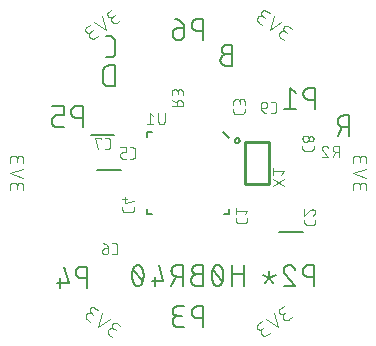
<source format=gbr>
G04 EAGLE Gerber RS-274X export*
G75*
%MOMM*%
%FSLAX34Y34*%
%LPD*%
%INSilkscreen Bottom*%
%IPPOS*%
%AMOC8*
5,1,8,0,0,1.08239X$1,22.5*%
G01*
%ADD10C,0.152400*%
%ADD11C,0.101600*%
%ADD12C,0.076200*%
%ADD13C,0.127000*%
%ADD14C,0.254000*%


D10*
X383596Y446920D02*
X378657Y446920D01*
X378517Y446918D01*
X378378Y446912D01*
X378238Y446902D01*
X378099Y446888D01*
X377960Y446871D01*
X377822Y446849D01*
X377685Y446823D01*
X377548Y446794D01*
X377412Y446761D01*
X377278Y446724D01*
X377144Y446683D01*
X377012Y446638D01*
X376880Y446589D01*
X376751Y446537D01*
X376623Y446482D01*
X376496Y446422D01*
X376371Y446359D01*
X376248Y446293D01*
X376127Y446223D01*
X376008Y446150D01*
X375891Y446073D01*
X375777Y445993D01*
X375664Y445910D01*
X375554Y445824D01*
X375447Y445734D01*
X375342Y445642D01*
X375240Y445547D01*
X375140Y445449D01*
X375043Y445348D01*
X374949Y445244D01*
X374859Y445138D01*
X374771Y445029D01*
X374686Y444918D01*
X374605Y444804D01*
X374526Y444689D01*
X374451Y444571D01*
X374380Y444451D01*
X374312Y444328D01*
X374247Y444205D01*
X374186Y444079D01*
X374128Y443951D01*
X374074Y443823D01*
X374024Y443692D01*
X373977Y443560D01*
X373934Y443427D01*
X373895Y443293D01*
X373860Y443158D01*
X373829Y443022D01*
X373801Y442884D01*
X373778Y442747D01*
X373758Y442608D01*
X373742Y442469D01*
X373730Y442330D01*
X373722Y442191D01*
X373718Y442051D01*
X373718Y441911D01*
X373722Y441771D01*
X373730Y441632D01*
X373742Y441493D01*
X373758Y441354D01*
X373778Y441215D01*
X373801Y441078D01*
X373829Y440940D01*
X373860Y440804D01*
X373895Y440669D01*
X373934Y440535D01*
X373977Y440402D01*
X374024Y440270D01*
X374074Y440139D01*
X374128Y440011D01*
X374186Y439883D01*
X374247Y439757D01*
X374312Y439634D01*
X374380Y439512D01*
X374451Y439391D01*
X374526Y439273D01*
X374605Y439158D01*
X374686Y439044D01*
X374771Y438933D01*
X374859Y438824D01*
X374949Y438718D01*
X375043Y438614D01*
X375140Y438513D01*
X375240Y438415D01*
X375342Y438320D01*
X375447Y438228D01*
X375554Y438138D01*
X375664Y438052D01*
X375777Y437969D01*
X375891Y437889D01*
X376008Y437812D01*
X376127Y437739D01*
X376248Y437669D01*
X376371Y437603D01*
X376496Y437540D01*
X376623Y437480D01*
X376751Y437425D01*
X376880Y437373D01*
X377012Y437324D01*
X377144Y437279D01*
X377278Y437238D01*
X377412Y437201D01*
X377548Y437168D01*
X377685Y437139D01*
X377822Y437113D01*
X377960Y437091D01*
X378099Y437074D01*
X378238Y437060D01*
X378378Y437050D01*
X378517Y437044D01*
X378657Y437042D01*
X378657Y437043D02*
X383596Y437043D01*
X383596Y454823D01*
X378657Y454823D01*
X378657Y454822D02*
X378533Y454820D01*
X378409Y454814D01*
X378285Y454804D01*
X378162Y454791D01*
X378039Y454773D01*
X377917Y454752D01*
X377795Y454727D01*
X377674Y454698D01*
X377555Y454665D01*
X377436Y454629D01*
X377319Y454588D01*
X377203Y454545D01*
X377088Y454497D01*
X376975Y454446D01*
X376863Y454391D01*
X376754Y454333D01*
X376646Y454272D01*
X376540Y454207D01*
X376436Y454139D01*
X376335Y454067D01*
X376235Y453993D01*
X376139Y453915D01*
X376044Y453835D01*
X375952Y453751D01*
X375863Y453665D01*
X375777Y453576D01*
X375693Y453484D01*
X375613Y453389D01*
X375535Y453293D01*
X375461Y453193D01*
X375389Y453092D01*
X375321Y452988D01*
X375256Y452882D01*
X375195Y452774D01*
X375137Y452665D01*
X375082Y452553D01*
X375031Y452440D01*
X374983Y452325D01*
X374940Y452209D01*
X374899Y452092D01*
X374863Y451973D01*
X374830Y451854D01*
X374801Y451733D01*
X374776Y451611D01*
X374755Y451489D01*
X374737Y451366D01*
X374724Y451243D01*
X374714Y451119D01*
X374708Y450995D01*
X374706Y450871D01*
X374708Y450747D01*
X374714Y450623D01*
X374724Y450499D01*
X374737Y450376D01*
X374755Y450253D01*
X374776Y450131D01*
X374801Y450009D01*
X374830Y449888D01*
X374863Y449769D01*
X374899Y449650D01*
X374940Y449533D01*
X374983Y449417D01*
X375031Y449302D01*
X375082Y449189D01*
X375137Y449077D01*
X375195Y448968D01*
X375256Y448860D01*
X375321Y448754D01*
X375389Y448650D01*
X375461Y448549D01*
X375535Y448449D01*
X375613Y448353D01*
X375693Y448258D01*
X375777Y448166D01*
X375863Y448077D01*
X375952Y447991D01*
X376044Y447907D01*
X376139Y447827D01*
X376235Y447749D01*
X376335Y447675D01*
X376436Y447603D01*
X376540Y447535D01*
X376646Y447470D01*
X376754Y447409D01*
X376863Y447351D01*
X376975Y447296D01*
X377088Y447245D01*
X377203Y447197D01*
X377319Y447154D01*
X377436Y447113D01*
X377555Y447077D01*
X377674Y447044D01*
X377795Y447015D01*
X377917Y446990D01*
X378039Y446969D01*
X378162Y446951D01*
X378285Y446938D01*
X378409Y446928D01*
X378533Y446922D01*
X378657Y446920D01*
X482922Y394990D02*
X482922Y377210D01*
X482922Y394990D02*
X477983Y394990D01*
X477843Y394988D01*
X477704Y394982D01*
X477564Y394972D01*
X477425Y394958D01*
X477286Y394941D01*
X477148Y394919D01*
X477011Y394893D01*
X476874Y394864D01*
X476738Y394831D01*
X476604Y394794D01*
X476470Y394753D01*
X476338Y394708D01*
X476206Y394659D01*
X476077Y394607D01*
X475949Y394552D01*
X475822Y394492D01*
X475697Y394429D01*
X475574Y394363D01*
X475453Y394293D01*
X475334Y394220D01*
X475217Y394143D01*
X475103Y394063D01*
X474990Y393980D01*
X474880Y393894D01*
X474773Y393804D01*
X474668Y393712D01*
X474566Y393617D01*
X474466Y393519D01*
X474369Y393418D01*
X474275Y393314D01*
X474185Y393208D01*
X474097Y393099D01*
X474012Y392988D01*
X473931Y392874D01*
X473852Y392759D01*
X473777Y392641D01*
X473706Y392521D01*
X473638Y392398D01*
X473573Y392275D01*
X473512Y392149D01*
X473454Y392021D01*
X473400Y391893D01*
X473350Y391762D01*
X473303Y391630D01*
X473260Y391497D01*
X473221Y391363D01*
X473186Y391228D01*
X473155Y391092D01*
X473127Y390954D01*
X473104Y390817D01*
X473084Y390678D01*
X473068Y390539D01*
X473056Y390400D01*
X473048Y390261D01*
X473044Y390121D01*
X473044Y389981D01*
X473048Y389841D01*
X473056Y389702D01*
X473068Y389563D01*
X473084Y389424D01*
X473104Y389285D01*
X473127Y389148D01*
X473155Y389010D01*
X473186Y388874D01*
X473221Y388739D01*
X473260Y388605D01*
X473303Y388472D01*
X473350Y388340D01*
X473400Y388209D01*
X473454Y388081D01*
X473512Y387953D01*
X473573Y387827D01*
X473638Y387704D01*
X473706Y387582D01*
X473777Y387461D01*
X473852Y387343D01*
X473931Y387228D01*
X474012Y387114D01*
X474097Y387003D01*
X474185Y386894D01*
X474275Y386788D01*
X474369Y386684D01*
X474466Y386583D01*
X474566Y386485D01*
X474668Y386390D01*
X474773Y386298D01*
X474880Y386208D01*
X474990Y386122D01*
X475103Y386039D01*
X475217Y385959D01*
X475334Y385882D01*
X475453Y385809D01*
X475574Y385739D01*
X475697Y385673D01*
X475822Y385610D01*
X475949Y385550D01*
X476077Y385495D01*
X476206Y385443D01*
X476338Y385394D01*
X476470Y385349D01*
X476604Y385308D01*
X476738Y385271D01*
X476874Y385238D01*
X477011Y385209D01*
X477148Y385183D01*
X477286Y385161D01*
X477425Y385144D01*
X477564Y385130D01*
X477704Y385120D01*
X477843Y385114D01*
X477983Y385112D01*
X477983Y385113D02*
X482922Y385113D01*
X476996Y385113D02*
X473045Y377210D01*
X284190Y419595D02*
X284190Y437375D01*
X279252Y437375D01*
X279113Y437373D01*
X278975Y437367D01*
X278837Y437358D01*
X278699Y437344D01*
X278562Y437327D01*
X278425Y437305D01*
X278288Y437280D01*
X278153Y437251D01*
X278018Y437218D01*
X277885Y437182D01*
X277752Y437142D01*
X277621Y437098D01*
X277491Y437050D01*
X277362Y436999D01*
X277235Y436944D01*
X277109Y436886D01*
X276985Y436824D01*
X276863Y436759D01*
X276743Y436690D01*
X276624Y436618D01*
X276508Y436543D01*
X276394Y436464D01*
X276282Y436382D01*
X276173Y436297D01*
X276065Y436210D01*
X275961Y436119D01*
X275859Y436025D01*
X275760Y435928D01*
X275663Y435829D01*
X275569Y435727D01*
X275478Y435623D01*
X275391Y435515D01*
X275306Y435406D01*
X275224Y435294D01*
X275145Y435180D01*
X275070Y435064D01*
X274998Y434945D01*
X274929Y434825D01*
X274864Y434703D01*
X274802Y434579D01*
X274744Y434453D01*
X274689Y434326D01*
X274638Y434197D01*
X274590Y434067D01*
X274546Y433936D01*
X274506Y433803D01*
X274470Y433670D01*
X274437Y433535D01*
X274408Y433400D01*
X274383Y433263D01*
X274361Y433126D01*
X274344Y432989D01*
X274330Y432851D01*
X274321Y432713D01*
X274315Y432575D01*
X274313Y432436D01*
X274313Y424534D01*
X274315Y424395D01*
X274321Y424257D01*
X274330Y424119D01*
X274344Y423981D01*
X274361Y423844D01*
X274383Y423707D01*
X274408Y423570D01*
X274437Y423435D01*
X274470Y423300D01*
X274506Y423167D01*
X274546Y423034D01*
X274590Y422903D01*
X274638Y422773D01*
X274689Y422644D01*
X274744Y422517D01*
X274802Y422391D01*
X274864Y422267D01*
X274929Y422145D01*
X274998Y422025D01*
X275070Y421906D01*
X275145Y421790D01*
X275224Y421676D01*
X275306Y421564D01*
X275391Y421455D01*
X275478Y421347D01*
X275569Y421243D01*
X275663Y421141D01*
X275760Y421042D01*
X275859Y420945D01*
X275961Y420851D01*
X276065Y420760D01*
X276173Y420673D01*
X276282Y420588D01*
X276394Y420506D01*
X276508Y420427D01*
X276624Y420352D01*
X276743Y420280D01*
X276863Y420211D01*
X276985Y420146D01*
X277109Y420084D01*
X277235Y420026D01*
X277362Y419971D01*
X277491Y419920D01*
X277621Y419872D01*
X277752Y419828D01*
X277885Y419788D01*
X278018Y419752D01*
X278153Y419719D01*
X278288Y419690D01*
X278425Y419665D01*
X278562Y419643D01*
X278699Y419626D01*
X278837Y419612D01*
X278975Y419603D01*
X279113Y419597D01*
X279252Y419595D01*
X284190Y419595D01*
X280521Y444203D02*
X276570Y444203D01*
X280521Y444203D02*
X280645Y444205D01*
X280769Y444211D01*
X280893Y444221D01*
X281016Y444234D01*
X281139Y444252D01*
X281261Y444273D01*
X281383Y444298D01*
X281504Y444327D01*
X281623Y444360D01*
X281742Y444396D01*
X281859Y444437D01*
X281975Y444480D01*
X282090Y444528D01*
X282203Y444579D01*
X282315Y444634D01*
X282424Y444692D01*
X282532Y444753D01*
X282638Y444818D01*
X282742Y444886D01*
X282843Y444958D01*
X282943Y445032D01*
X283039Y445110D01*
X283134Y445190D01*
X283226Y445274D01*
X283315Y445360D01*
X283401Y445449D01*
X283485Y445541D01*
X283565Y445636D01*
X283643Y445732D01*
X283717Y445832D01*
X283789Y445933D01*
X283857Y446037D01*
X283922Y446143D01*
X283983Y446251D01*
X284041Y446360D01*
X284096Y446472D01*
X284147Y446585D01*
X284195Y446700D01*
X284238Y446816D01*
X284279Y446933D01*
X284315Y447052D01*
X284348Y447171D01*
X284377Y447292D01*
X284402Y447414D01*
X284423Y447536D01*
X284441Y447659D01*
X284454Y447782D01*
X284464Y447906D01*
X284470Y448030D01*
X284472Y448154D01*
X284472Y458032D01*
X284470Y458156D01*
X284464Y458280D01*
X284454Y458404D01*
X284441Y458527D01*
X284423Y458650D01*
X284402Y458772D01*
X284377Y458894D01*
X284348Y459015D01*
X284315Y459134D01*
X284279Y459253D01*
X284238Y459370D01*
X284195Y459486D01*
X284147Y459601D01*
X284096Y459714D01*
X284041Y459826D01*
X283983Y459935D01*
X283922Y460043D01*
X283857Y460149D01*
X283789Y460253D01*
X283717Y460354D01*
X283643Y460454D01*
X283565Y460550D01*
X283485Y460645D01*
X283401Y460737D01*
X283315Y460826D01*
X283226Y460912D01*
X283134Y460996D01*
X283039Y461076D01*
X282943Y461154D01*
X282843Y461228D01*
X282742Y461300D01*
X282638Y461368D01*
X282532Y461433D01*
X282424Y461494D01*
X282315Y461552D01*
X282203Y461607D01*
X282090Y461658D01*
X281976Y461706D01*
X281859Y461749D01*
X281742Y461790D01*
X281623Y461826D01*
X281504Y461859D01*
X281383Y461888D01*
X281261Y461913D01*
X281139Y461934D01*
X281016Y461952D01*
X280893Y461965D01*
X280769Y461975D01*
X280645Y461981D01*
X280521Y461983D01*
X276570Y461983D01*
D11*
X424812Y460559D02*
X427471Y458697D01*
X424812Y460558D02*
X424721Y460625D01*
X424631Y460694D01*
X424544Y460767D01*
X424460Y460843D01*
X424379Y460922D01*
X424300Y461003D01*
X424224Y461087D01*
X424151Y461174D01*
X424082Y461264D01*
X424015Y461355D01*
X423952Y461449D01*
X423892Y461545D01*
X423835Y461643D01*
X423782Y461743D01*
X423732Y461845D01*
X423686Y461949D01*
X423644Y462054D01*
X423605Y462160D01*
X423570Y462268D01*
X423539Y462377D01*
X423511Y462487D01*
X423488Y462598D01*
X423468Y462709D01*
X423452Y462821D01*
X423440Y462934D01*
X423432Y463047D01*
X423428Y463160D01*
X423428Y463274D01*
X423432Y463387D01*
X423440Y463500D01*
X423452Y463613D01*
X423468Y463725D01*
X423488Y463836D01*
X423511Y463947D01*
X423539Y464057D01*
X423570Y464166D01*
X423605Y464274D01*
X423644Y464380D01*
X423686Y464485D01*
X423732Y464589D01*
X423782Y464691D01*
X423835Y464791D01*
X423892Y464889D01*
X423952Y464985D01*
X424015Y465079D01*
X424082Y465170D01*
X424151Y465260D01*
X424224Y465347D01*
X424300Y465431D01*
X424379Y465512D01*
X424460Y465591D01*
X424544Y465667D01*
X424631Y465740D01*
X424720Y465809D01*
X424812Y465876D01*
X424906Y465939D01*
X425002Y465999D01*
X425100Y466056D01*
X425200Y466109D01*
X425302Y466159D01*
X425406Y466205D01*
X425511Y466247D01*
X425617Y466286D01*
X425725Y466321D01*
X425834Y466352D01*
X425944Y466380D01*
X426055Y466403D01*
X426166Y466423D01*
X426278Y466439D01*
X426391Y466451D01*
X426504Y466459D01*
X426617Y466463D01*
X426731Y466463D01*
X426844Y466459D01*
X426957Y466451D01*
X427070Y466439D01*
X427182Y466423D01*
X427293Y466403D01*
X427404Y466380D01*
X427514Y466352D01*
X427623Y466321D01*
X427731Y466286D01*
X427837Y466247D01*
X427942Y466205D01*
X428046Y466159D01*
X428148Y466109D01*
X428248Y466056D01*
X428346Y465999D01*
X428442Y465939D01*
X428536Y465876D01*
X430982Y470502D02*
X434172Y468268D01*
X430982Y470502D02*
X430898Y470558D01*
X430813Y470611D01*
X430725Y470660D01*
X430636Y470706D01*
X430544Y470749D01*
X430451Y470788D01*
X430357Y470823D01*
X430262Y470855D01*
X430165Y470883D01*
X430067Y470907D01*
X429969Y470927D01*
X429869Y470944D01*
X429769Y470956D01*
X429669Y470965D01*
X429569Y470970D01*
X429468Y470971D01*
X429367Y470968D01*
X429267Y470961D01*
X429167Y470950D01*
X429067Y470936D01*
X428968Y470917D01*
X428870Y470895D01*
X428773Y470869D01*
X428676Y470839D01*
X428582Y470806D01*
X428488Y470769D01*
X428396Y470728D01*
X428305Y470683D01*
X428217Y470636D01*
X428130Y470584D01*
X428046Y470530D01*
X427963Y470472D01*
X427883Y470411D01*
X427805Y470347D01*
X427730Y470280D01*
X427657Y470211D01*
X427588Y470138D01*
X427521Y470063D01*
X427457Y469985D01*
X427396Y469905D01*
X427338Y469822D01*
X427284Y469738D01*
X427232Y469651D01*
X427185Y469563D01*
X427140Y469472D01*
X427099Y469380D01*
X427062Y469286D01*
X427029Y469192D01*
X426999Y469095D01*
X426973Y468998D01*
X426951Y468900D01*
X426932Y468801D01*
X426918Y468701D01*
X426907Y468601D01*
X426900Y468501D01*
X426897Y468400D01*
X426898Y468299D01*
X426903Y468199D01*
X426912Y468099D01*
X426924Y467999D01*
X426941Y467899D01*
X426961Y467801D01*
X426985Y467703D01*
X427013Y467606D01*
X427045Y467511D01*
X427080Y467417D01*
X427119Y467324D01*
X427162Y467232D01*
X427208Y467143D01*
X427257Y467055D01*
X427310Y466970D01*
X427366Y466886D01*
X427426Y466805D01*
X427488Y466726D01*
X427554Y466649D01*
X427622Y466575D01*
X427693Y466504D01*
X427767Y466436D01*
X427844Y466370D01*
X427923Y466308D01*
X428004Y466248D01*
X430130Y464759D01*
X425341Y474452D02*
X415449Y467114D01*
X418961Y478919D01*
X408745Y471809D02*
X406086Y473670D01*
X405995Y473737D01*
X405905Y473806D01*
X405818Y473879D01*
X405734Y473955D01*
X405653Y474034D01*
X405574Y474115D01*
X405498Y474199D01*
X405425Y474286D01*
X405356Y474376D01*
X405289Y474467D01*
X405226Y474561D01*
X405166Y474657D01*
X405109Y474755D01*
X405056Y474855D01*
X405006Y474957D01*
X404960Y475061D01*
X404918Y475166D01*
X404879Y475272D01*
X404844Y475380D01*
X404813Y475489D01*
X404785Y475599D01*
X404762Y475710D01*
X404742Y475821D01*
X404726Y475933D01*
X404714Y476046D01*
X404706Y476159D01*
X404702Y476272D01*
X404702Y476386D01*
X404706Y476499D01*
X404714Y476612D01*
X404726Y476725D01*
X404742Y476837D01*
X404762Y476948D01*
X404785Y477059D01*
X404813Y477169D01*
X404844Y477278D01*
X404879Y477386D01*
X404918Y477492D01*
X404960Y477597D01*
X405006Y477701D01*
X405056Y477803D01*
X405109Y477903D01*
X405166Y478001D01*
X405226Y478097D01*
X405289Y478191D01*
X405356Y478282D01*
X405425Y478372D01*
X405498Y478459D01*
X405574Y478543D01*
X405653Y478624D01*
X405734Y478703D01*
X405818Y478779D01*
X405905Y478852D01*
X405994Y478921D01*
X406086Y478988D01*
X406180Y479051D01*
X406276Y479111D01*
X406374Y479168D01*
X406474Y479221D01*
X406576Y479271D01*
X406680Y479317D01*
X406785Y479359D01*
X406891Y479398D01*
X406999Y479433D01*
X407108Y479464D01*
X407218Y479492D01*
X407329Y479515D01*
X407440Y479535D01*
X407552Y479551D01*
X407665Y479563D01*
X407778Y479571D01*
X407891Y479575D01*
X408005Y479575D01*
X408118Y479571D01*
X408231Y479563D01*
X408344Y479551D01*
X408456Y479535D01*
X408567Y479515D01*
X408678Y479492D01*
X408788Y479464D01*
X408897Y479433D01*
X409005Y479398D01*
X409111Y479359D01*
X409216Y479317D01*
X409320Y479271D01*
X409422Y479221D01*
X409522Y479168D01*
X409620Y479111D01*
X409716Y479051D01*
X409810Y478988D01*
X412256Y483614D02*
X415447Y481380D01*
X412256Y483614D02*
X412172Y483670D01*
X412087Y483723D01*
X411999Y483772D01*
X411910Y483818D01*
X411818Y483861D01*
X411725Y483900D01*
X411631Y483935D01*
X411536Y483967D01*
X411439Y483995D01*
X411341Y484019D01*
X411243Y484039D01*
X411143Y484056D01*
X411043Y484068D01*
X410943Y484077D01*
X410843Y484082D01*
X410742Y484083D01*
X410641Y484080D01*
X410541Y484073D01*
X410441Y484062D01*
X410341Y484048D01*
X410242Y484029D01*
X410144Y484007D01*
X410047Y483981D01*
X409950Y483951D01*
X409856Y483918D01*
X409762Y483881D01*
X409670Y483840D01*
X409579Y483795D01*
X409491Y483748D01*
X409404Y483696D01*
X409320Y483642D01*
X409237Y483584D01*
X409157Y483523D01*
X409079Y483459D01*
X409004Y483392D01*
X408931Y483323D01*
X408862Y483250D01*
X408795Y483175D01*
X408731Y483097D01*
X408670Y483017D01*
X408612Y482934D01*
X408558Y482850D01*
X408506Y482763D01*
X408459Y482675D01*
X408414Y482584D01*
X408373Y482492D01*
X408336Y482398D01*
X408303Y482304D01*
X408273Y482207D01*
X408247Y482110D01*
X408225Y482012D01*
X408206Y481913D01*
X408192Y481813D01*
X408181Y481713D01*
X408174Y481613D01*
X408171Y481512D01*
X408172Y481411D01*
X408177Y481311D01*
X408186Y481211D01*
X408198Y481111D01*
X408215Y481011D01*
X408235Y480913D01*
X408259Y480815D01*
X408287Y480718D01*
X408319Y480623D01*
X408354Y480529D01*
X408393Y480436D01*
X408436Y480344D01*
X408482Y480255D01*
X408531Y480167D01*
X408584Y480082D01*
X408640Y479998D01*
X408700Y479917D01*
X408762Y479838D01*
X408828Y479761D01*
X408896Y479687D01*
X408967Y479616D01*
X409041Y479548D01*
X409118Y479482D01*
X409197Y479420D01*
X409278Y479360D01*
X411405Y477871D01*
X485558Y334770D02*
X485558Y331524D01*
X485558Y334770D02*
X485560Y334883D01*
X485566Y334996D01*
X485576Y335109D01*
X485590Y335222D01*
X485607Y335334D01*
X485629Y335445D01*
X485654Y335555D01*
X485684Y335665D01*
X485717Y335773D01*
X485754Y335880D01*
X485794Y335986D01*
X485839Y336090D01*
X485887Y336193D01*
X485938Y336294D01*
X485993Y336393D01*
X486051Y336490D01*
X486113Y336585D01*
X486178Y336678D01*
X486246Y336768D01*
X486317Y336856D01*
X486392Y336942D01*
X486469Y337025D01*
X486549Y337105D01*
X486632Y337182D01*
X486718Y337257D01*
X486806Y337328D01*
X486896Y337396D01*
X486989Y337461D01*
X487084Y337523D01*
X487181Y337581D01*
X487280Y337636D01*
X487381Y337687D01*
X487484Y337735D01*
X487588Y337780D01*
X487694Y337820D01*
X487801Y337857D01*
X487909Y337890D01*
X488019Y337920D01*
X488129Y337945D01*
X488240Y337967D01*
X488352Y337984D01*
X488465Y337998D01*
X488578Y338008D01*
X488691Y338014D01*
X488804Y338016D01*
X488917Y338014D01*
X489030Y338008D01*
X489143Y337998D01*
X489256Y337984D01*
X489368Y337967D01*
X489479Y337945D01*
X489589Y337920D01*
X489699Y337890D01*
X489807Y337857D01*
X489914Y337820D01*
X490020Y337780D01*
X490124Y337735D01*
X490227Y337687D01*
X490328Y337636D01*
X490427Y337581D01*
X490524Y337523D01*
X490619Y337461D01*
X490712Y337396D01*
X490802Y337328D01*
X490890Y337257D01*
X490976Y337182D01*
X491059Y337105D01*
X491139Y337025D01*
X491216Y336942D01*
X491291Y336856D01*
X491362Y336768D01*
X491430Y336678D01*
X491495Y336585D01*
X491557Y336490D01*
X491615Y336393D01*
X491670Y336294D01*
X491721Y336193D01*
X491769Y336090D01*
X491814Y335986D01*
X491854Y335880D01*
X491891Y335773D01*
X491924Y335665D01*
X491954Y335555D01*
X491979Y335445D01*
X492001Y335334D01*
X492018Y335222D01*
X492032Y335109D01*
X492042Y334996D01*
X492048Y334883D01*
X492050Y334770D01*
X497242Y335419D02*
X497242Y331524D01*
X497242Y335419D02*
X497240Y335520D01*
X497234Y335620D01*
X497224Y335720D01*
X497211Y335820D01*
X497193Y335919D01*
X497172Y336018D01*
X497147Y336115D01*
X497118Y336212D01*
X497085Y336307D01*
X497049Y336401D01*
X497009Y336493D01*
X496966Y336584D01*
X496919Y336673D01*
X496869Y336760D01*
X496815Y336846D01*
X496758Y336929D01*
X496698Y337009D01*
X496635Y337088D01*
X496568Y337164D01*
X496499Y337237D01*
X496427Y337307D01*
X496353Y337375D01*
X496276Y337440D01*
X496196Y337501D01*
X496114Y337560D01*
X496030Y337615D01*
X495944Y337667D01*
X495856Y337716D01*
X495766Y337761D01*
X495674Y337803D01*
X495581Y337841D01*
X495486Y337875D01*
X495391Y337906D01*
X495294Y337933D01*
X495196Y337956D01*
X495097Y337976D01*
X494997Y337991D01*
X494897Y338003D01*
X494797Y338011D01*
X494696Y338015D01*
X494596Y338015D01*
X494495Y338011D01*
X494395Y338003D01*
X494295Y337991D01*
X494195Y337976D01*
X494096Y337956D01*
X493998Y337933D01*
X493901Y337906D01*
X493806Y337875D01*
X493711Y337841D01*
X493618Y337803D01*
X493526Y337761D01*
X493436Y337716D01*
X493348Y337667D01*
X493262Y337615D01*
X493178Y337560D01*
X493096Y337501D01*
X493016Y337440D01*
X492939Y337375D01*
X492865Y337307D01*
X492793Y337237D01*
X492724Y337164D01*
X492657Y337088D01*
X492594Y337009D01*
X492534Y336929D01*
X492477Y336846D01*
X492423Y336760D01*
X492373Y336673D01*
X492326Y336584D01*
X492283Y336493D01*
X492243Y336401D01*
X492207Y336307D01*
X492174Y336212D01*
X492145Y336115D01*
X492120Y336018D01*
X492099Y335919D01*
X492081Y335820D01*
X492068Y335720D01*
X492058Y335620D01*
X492052Y335520D01*
X492050Y335419D01*
X492049Y335419D02*
X492049Y332823D01*
X497242Y342305D02*
X485558Y346200D01*
X497242Y350095D01*
X485558Y354384D02*
X485558Y357630D01*
X485560Y357743D01*
X485566Y357856D01*
X485576Y357969D01*
X485590Y358082D01*
X485607Y358194D01*
X485629Y358305D01*
X485654Y358415D01*
X485684Y358525D01*
X485717Y358633D01*
X485754Y358740D01*
X485794Y358846D01*
X485839Y358950D01*
X485887Y359053D01*
X485938Y359154D01*
X485993Y359253D01*
X486051Y359350D01*
X486113Y359445D01*
X486178Y359538D01*
X486246Y359628D01*
X486317Y359716D01*
X486392Y359802D01*
X486469Y359885D01*
X486549Y359965D01*
X486632Y360042D01*
X486718Y360117D01*
X486806Y360188D01*
X486896Y360256D01*
X486989Y360321D01*
X487084Y360383D01*
X487181Y360441D01*
X487280Y360496D01*
X487381Y360547D01*
X487484Y360595D01*
X487588Y360640D01*
X487694Y360680D01*
X487801Y360717D01*
X487909Y360750D01*
X488019Y360780D01*
X488129Y360805D01*
X488240Y360827D01*
X488352Y360844D01*
X488465Y360858D01*
X488578Y360868D01*
X488691Y360874D01*
X488804Y360876D01*
X488917Y360874D01*
X489030Y360868D01*
X489143Y360858D01*
X489256Y360844D01*
X489368Y360827D01*
X489479Y360805D01*
X489589Y360780D01*
X489699Y360750D01*
X489807Y360717D01*
X489914Y360680D01*
X490020Y360640D01*
X490124Y360595D01*
X490227Y360547D01*
X490328Y360496D01*
X490427Y360441D01*
X490524Y360383D01*
X490619Y360321D01*
X490712Y360256D01*
X490802Y360188D01*
X490890Y360117D01*
X490976Y360042D01*
X491059Y359965D01*
X491139Y359885D01*
X491216Y359802D01*
X491291Y359716D01*
X491362Y359628D01*
X491430Y359538D01*
X491495Y359445D01*
X491557Y359350D01*
X491615Y359253D01*
X491670Y359154D01*
X491721Y359053D01*
X491769Y358950D01*
X491814Y358846D01*
X491854Y358740D01*
X491891Y358633D01*
X491924Y358525D01*
X491954Y358415D01*
X491979Y358305D01*
X492001Y358194D01*
X492018Y358082D01*
X492032Y357969D01*
X492042Y357856D01*
X492048Y357743D01*
X492050Y357630D01*
X497242Y358279D02*
X497242Y354384D01*
X497242Y358279D02*
X497240Y358380D01*
X497234Y358480D01*
X497224Y358580D01*
X497211Y358680D01*
X497193Y358779D01*
X497172Y358878D01*
X497147Y358975D01*
X497118Y359072D01*
X497085Y359167D01*
X497049Y359261D01*
X497009Y359353D01*
X496966Y359444D01*
X496919Y359533D01*
X496869Y359620D01*
X496815Y359706D01*
X496758Y359789D01*
X496698Y359869D01*
X496635Y359948D01*
X496568Y360024D01*
X496499Y360097D01*
X496427Y360167D01*
X496353Y360235D01*
X496276Y360300D01*
X496196Y360361D01*
X496114Y360420D01*
X496030Y360475D01*
X495944Y360527D01*
X495856Y360576D01*
X495766Y360621D01*
X495674Y360663D01*
X495581Y360701D01*
X495486Y360735D01*
X495391Y360766D01*
X495294Y360793D01*
X495196Y360816D01*
X495097Y360836D01*
X494997Y360851D01*
X494897Y360863D01*
X494797Y360871D01*
X494696Y360875D01*
X494596Y360875D01*
X494495Y360871D01*
X494395Y360863D01*
X494295Y360851D01*
X494195Y360836D01*
X494096Y360816D01*
X493998Y360793D01*
X493901Y360766D01*
X493806Y360735D01*
X493711Y360701D01*
X493618Y360663D01*
X493526Y360621D01*
X493436Y360576D01*
X493348Y360527D01*
X493262Y360475D01*
X493178Y360420D01*
X493096Y360361D01*
X493016Y360300D01*
X492939Y360235D01*
X492865Y360167D01*
X492793Y360097D01*
X492724Y360024D01*
X492657Y359948D01*
X492594Y359869D01*
X492534Y359789D01*
X492477Y359706D01*
X492423Y359620D01*
X492373Y359533D01*
X492326Y359444D01*
X492283Y359353D01*
X492243Y359261D01*
X492207Y359167D01*
X492174Y359072D01*
X492145Y358975D01*
X492120Y358878D01*
X492099Y358779D01*
X492081Y358680D01*
X492068Y358580D01*
X492058Y358480D01*
X492052Y358380D01*
X492050Y358279D01*
X492049Y358279D02*
X492049Y355683D01*
X434172Y224132D02*
X431514Y222270D01*
X431420Y222207D01*
X431324Y222147D01*
X431226Y222090D01*
X431126Y222037D01*
X431024Y221987D01*
X430920Y221941D01*
X430815Y221899D01*
X430709Y221860D01*
X430601Y221825D01*
X430492Y221794D01*
X430382Y221766D01*
X430271Y221743D01*
X430160Y221723D01*
X430048Y221707D01*
X429935Y221695D01*
X429822Y221687D01*
X429709Y221683D01*
X429595Y221683D01*
X429482Y221687D01*
X429369Y221695D01*
X429256Y221707D01*
X429144Y221723D01*
X429033Y221743D01*
X428922Y221766D01*
X428812Y221794D01*
X428703Y221825D01*
X428595Y221860D01*
X428489Y221899D01*
X428384Y221941D01*
X428280Y221987D01*
X428178Y222037D01*
X428078Y222090D01*
X427980Y222147D01*
X427884Y222207D01*
X427790Y222270D01*
X427699Y222337D01*
X427609Y222406D01*
X427522Y222479D01*
X427438Y222555D01*
X427357Y222634D01*
X427278Y222715D01*
X427202Y222799D01*
X427129Y222886D01*
X427060Y222976D01*
X426993Y223067D01*
X426930Y223161D01*
X426870Y223257D01*
X426813Y223355D01*
X426760Y223455D01*
X426710Y223557D01*
X426664Y223661D01*
X426622Y223766D01*
X426583Y223872D01*
X426548Y223980D01*
X426517Y224089D01*
X426489Y224199D01*
X426466Y224310D01*
X426446Y224421D01*
X426430Y224533D01*
X426418Y224646D01*
X426410Y224759D01*
X426406Y224872D01*
X426406Y224986D01*
X426410Y225099D01*
X426418Y225212D01*
X426430Y225325D01*
X426446Y225437D01*
X426466Y225548D01*
X426489Y225659D01*
X426517Y225769D01*
X426548Y225878D01*
X426583Y225986D01*
X426622Y226092D01*
X426664Y226197D01*
X426710Y226301D01*
X426760Y226403D01*
X426813Y226503D01*
X426870Y226601D01*
X426930Y226697D01*
X426993Y226791D01*
X427060Y226882D01*
X427129Y226972D01*
X427202Y227059D01*
X427278Y227143D01*
X427357Y227224D01*
X427438Y227303D01*
X427522Y227379D01*
X427609Y227452D01*
X427699Y227521D01*
X427790Y227588D01*
X424280Y231469D02*
X427471Y233703D01*
X424281Y231469D02*
X424200Y231409D01*
X424121Y231347D01*
X424044Y231281D01*
X423970Y231213D01*
X423899Y231142D01*
X423831Y231068D01*
X423765Y230991D01*
X423703Y230912D01*
X423643Y230831D01*
X423587Y230747D01*
X423534Y230662D01*
X423485Y230574D01*
X423439Y230485D01*
X423396Y230393D01*
X423357Y230300D01*
X423322Y230206D01*
X423290Y230111D01*
X423262Y230014D01*
X423238Y229916D01*
X423218Y229818D01*
X423201Y229718D01*
X423189Y229618D01*
X423180Y229518D01*
X423175Y229417D01*
X423174Y229317D01*
X423177Y229216D01*
X423184Y229116D01*
X423195Y229016D01*
X423209Y228916D01*
X423228Y228817D01*
X423250Y228719D01*
X423276Y228622D01*
X423306Y228525D01*
X423339Y228431D01*
X423376Y228337D01*
X423417Y228245D01*
X423462Y228154D01*
X423509Y228066D01*
X423561Y227979D01*
X423615Y227895D01*
X423673Y227812D01*
X423734Y227732D01*
X423798Y227654D01*
X423865Y227579D01*
X423934Y227506D01*
X424007Y227437D01*
X424082Y227370D01*
X424160Y227306D01*
X424240Y227245D01*
X424323Y227187D01*
X424407Y227133D01*
X424494Y227081D01*
X424582Y227034D01*
X424673Y226989D01*
X424765Y226948D01*
X424858Y226911D01*
X424953Y226878D01*
X425050Y226848D01*
X425147Y226822D01*
X425245Y226800D01*
X425344Y226781D01*
X425444Y226767D01*
X425544Y226756D01*
X425644Y226749D01*
X425745Y226746D01*
X425845Y226747D01*
X425946Y226752D01*
X426046Y226761D01*
X426146Y226773D01*
X426246Y226790D01*
X426344Y226810D01*
X426442Y226834D01*
X426539Y226862D01*
X426634Y226894D01*
X426728Y226929D01*
X426821Y226968D01*
X426913Y227011D01*
X427002Y227057D01*
X427090Y227106D01*
X427175Y227159D01*
X427259Y227215D01*
X429386Y228705D01*
X418640Y227519D02*
X422151Y215714D01*
X412259Y223052D01*
X415447Y211020D02*
X412788Y209158D01*
X412694Y209095D01*
X412598Y209035D01*
X412500Y208978D01*
X412400Y208925D01*
X412298Y208875D01*
X412194Y208829D01*
X412089Y208787D01*
X411983Y208748D01*
X411875Y208713D01*
X411766Y208682D01*
X411656Y208654D01*
X411545Y208631D01*
X411434Y208611D01*
X411322Y208595D01*
X411209Y208583D01*
X411096Y208575D01*
X410983Y208571D01*
X410869Y208571D01*
X410756Y208575D01*
X410643Y208583D01*
X410530Y208595D01*
X410418Y208611D01*
X410307Y208631D01*
X410196Y208654D01*
X410086Y208682D01*
X409977Y208713D01*
X409869Y208748D01*
X409763Y208787D01*
X409658Y208829D01*
X409554Y208875D01*
X409452Y208925D01*
X409352Y208978D01*
X409254Y209035D01*
X409158Y209095D01*
X409064Y209158D01*
X408973Y209225D01*
X408883Y209294D01*
X408796Y209367D01*
X408712Y209443D01*
X408631Y209522D01*
X408552Y209603D01*
X408476Y209687D01*
X408403Y209774D01*
X408334Y209864D01*
X408267Y209955D01*
X408204Y210049D01*
X408144Y210145D01*
X408087Y210243D01*
X408034Y210343D01*
X407984Y210445D01*
X407938Y210549D01*
X407896Y210654D01*
X407857Y210760D01*
X407822Y210868D01*
X407791Y210977D01*
X407763Y211087D01*
X407740Y211198D01*
X407720Y211309D01*
X407704Y211421D01*
X407692Y211534D01*
X407684Y211647D01*
X407680Y211760D01*
X407680Y211874D01*
X407684Y211987D01*
X407692Y212100D01*
X407704Y212213D01*
X407720Y212325D01*
X407740Y212436D01*
X407763Y212547D01*
X407791Y212657D01*
X407822Y212766D01*
X407857Y212874D01*
X407896Y212980D01*
X407938Y213085D01*
X407984Y213189D01*
X408034Y213291D01*
X408087Y213391D01*
X408144Y213489D01*
X408204Y213585D01*
X408267Y213679D01*
X408334Y213770D01*
X408403Y213860D01*
X408476Y213947D01*
X408552Y214031D01*
X408631Y214112D01*
X408712Y214191D01*
X408796Y214267D01*
X408883Y214340D01*
X408973Y214409D01*
X409064Y214476D01*
X405555Y218357D02*
X408745Y220591D01*
X405555Y218357D02*
X405474Y218297D01*
X405395Y218235D01*
X405318Y218169D01*
X405244Y218101D01*
X405173Y218030D01*
X405105Y217956D01*
X405039Y217879D01*
X404977Y217800D01*
X404917Y217719D01*
X404861Y217635D01*
X404808Y217550D01*
X404759Y217462D01*
X404713Y217373D01*
X404670Y217281D01*
X404631Y217188D01*
X404596Y217094D01*
X404564Y216999D01*
X404536Y216902D01*
X404512Y216804D01*
X404492Y216706D01*
X404475Y216606D01*
X404463Y216506D01*
X404454Y216406D01*
X404449Y216305D01*
X404448Y216205D01*
X404451Y216104D01*
X404458Y216004D01*
X404469Y215904D01*
X404483Y215804D01*
X404502Y215705D01*
X404524Y215607D01*
X404550Y215510D01*
X404580Y215413D01*
X404613Y215319D01*
X404650Y215225D01*
X404691Y215133D01*
X404736Y215042D01*
X404783Y214954D01*
X404835Y214867D01*
X404889Y214783D01*
X404947Y214700D01*
X405008Y214620D01*
X405072Y214542D01*
X405139Y214467D01*
X405208Y214394D01*
X405281Y214325D01*
X405356Y214258D01*
X405434Y214194D01*
X405514Y214133D01*
X405597Y214075D01*
X405681Y214021D01*
X405768Y213969D01*
X405856Y213922D01*
X405947Y213877D01*
X406039Y213836D01*
X406132Y213799D01*
X406227Y213766D01*
X406324Y213736D01*
X406421Y213710D01*
X406519Y213688D01*
X406618Y213669D01*
X406718Y213655D01*
X406818Y213644D01*
X406918Y213637D01*
X407019Y213634D01*
X407119Y213635D01*
X407220Y213640D01*
X407320Y213649D01*
X407420Y213661D01*
X407520Y213678D01*
X407618Y213698D01*
X407716Y213722D01*
X407813Y213750D01*
X407908Y213782D01*
X408002Y213817D01*
X408095Y213856D01*
X408187Y213899D01*
X408276Y213945D01*
X408364Y213994D01*
X408449Y214047D01*
X408533Y214103D01*
X410660Y215593D01*
X282271Y207297D02*
X279612Y209159D01*
X279612Y209158D02*
X279521Y209225D01*
X279431Y209294D01*
X279344Y209367D01*
X279260Y209443D01*
X279179Y209522D01*
X279100Y209603D01*
X279024Y209687D01*
X278951Y209774D01*
X278882Y209864D01*
X278815Y209955D01*
X278752Y210049D01*
X278692Y210145D01*
X278635Y210243D01*
X278582Y210343D01*
X278532Y210445D01*
X278486Y210549D01*
X278444Y210654D01*
X278405Y210760D01*
X278370Y210868D01*
X278339Y210977D01*
X278311Y211087D01*
X278288Y211198D01*
X278268Y211309D01*
X278252Y211421D01*
X278240Y211534D01*
X278232Y211647D01*
X278228Y211760D01*
X278228Y211874D01*
X278232Y211987D01*
X278240Y212100D01*
X278252Y212213D01*
X278268Y212325D01*
X278288Y212436D01*
X278311Y212547D01*
X278339Y212657D01*
X278370Y212766D01*
X278405Y212874D01*
X278444Y212980D01*
X278486Y213085D01*
X278532Y213189D01*
X278582Y213291D01*
X278635Y213391D01*
X278692Y213489D01*
X278752Y213585D01*
X278815Y213679D01*
X278882Y213770D01*
X278951Y213860D01*
X279024Y213947D01*
X279100Y214031D01*
X279179Y214112D01*
X279260Y214191D01*
X279344Y214267D01*
X279431Y214340D01*
X279520Y214409D01*
X279612Y214476D01*
X279706Y214539D01*
X279802Y214599D01*
X279900Y214656D01*
X280000Y214709D01*
X280102Y214759D01*
X280206Y214805D01*
X280311Y214847D01*
X280417Y214886D01*
X280525Y214921D01*
X280634Y214952D01*
X280744Y214980D01*
X280855Y215003D01*
X280966Y215023D01*
X281078Y215039D01*
X281191Y215051D01*
X281304Y215059D01*
X281417Y215063D01*
X281531Y215063D01*
X281644Y215059D01*
X281757Y215051D01*
X281870Y215039D01*
X281982Y215023D01*
X282093Y215003D01*
X282204Y214980D01*
X282314Y214952D01*
X282423Y214921D01*
X282531Y214886D01*
X282637Y214847D01*
X282742Y214805D01*
X282846Y214759D01*
X282948Y214709D01*
X283048Y214656D01*
X283146Y214599D01*
X283242Y214539D01*
X283336Y214476D01*
X285782Y219102D02*
X288972Y216868D01*
X285782Y219102D02*
X285698Y219158D01*
X285613Y219211D01*
X285525Y219260D01*
X285436Y219306D01*
X285344Y219349D01*
X285251Y219388D01*
X285157Y219423D01*
X285062Y219455D01*
X284965Y219483D01*
X284867Y219507D01*
X284769Y219527D01*
X284669Y219544D01*
X284569Y219556D01*
X284469Y219565D01*
X284369Y219570D01*
X284268Y219571D01*
X284167Y219568D01*
X284067Y219561D01*
X283967Y219550D01*
X283867Y219536D01*
X283768Y219517D01*
X283670Y219495D01*
X283573Y219469D01*
X283476Y219439D01*
X283382Y219406D01*
X283288Y219369D01*
X283196Y219328D01*
X283105Y219283D01*
X283017Y219236D01*
X282930Y219184D01*
X282846Y219130D01*
X282763Y219072D01*
X282683Y219011D01*
X282605Y218947D01*
X282530Y218880D01*
X282457Y218811D01*
X282388Y218738D01*
X282321Y218663D01*
X282257Y218585D01*
X282196Y218505D01*
X282138Y218422D01*
X282084Y218338D01*
X282032Y218251D01*
X281985Y218163D01*
X281940Y218072D01*
X281899Y217980D01*
X281862Y217886D01*
X281829Y217792D01*
X281799Y217695D01*
X281773Y217598D01*
X281751Y217500D01*
X281732Y217401D01*
X281718Y217301D01*
X281707Y217201D01*
X281700Y217101D01*
X281697Y217000D01*
X281698Y216899D01*
X281703Y216799D01*
X281712Y216699D01*
X281724Y216599D01*
X281741Y216499D01*
X281761Y216401D01*
X281785Y216303D01*
X281813Y216206D01*
X281845Y216111D01*
X281880Y216017D01*
X281919Y215924D01*
X281962Y215832D01*
X282008Y215743D01*
X282057Y215655D01*
X282110Y215570D01*
X282166Y215486D01*
X282226Y215405D01*
X282288Y215326D01*
X282354Y215249D01*
X282422Y215175D01*
X282493Y215104D01*
X282567Y215036D01*
X282644Y214970D01*
X282723Y214908D01*
X282804Y214848D01*
X284930Y213359D01*
X280141Y223052D02*
X270249Y215714D01*
X273761Y227519D01*
X263545Y220409D02*
X260886Y222270D01*
X260795Y222337D01*
X260705Y222406D01*
X260618Y222479D01*
X260534Y222555D01*
X260453Y222634D01*
X260374Y222715D01*
X260298Y222799D01*
X260225Y222886D01*
X260156Y222976D01*
X260089Y223067D01*
X260026Y223161D01*
X259966Y223257D01*
X259909Y223355D01*
X259856Y223455D01*
X259806Y223557D01*
X259760Y223661D01*
X259718Y223766D01*
X259679Y223872D01*
X259644Y223980D01*
X259613Y224089D01*
X259585Y224199D01*
X259562Y224310D01*
X259542Y224421D01*
X259526Y224533D01*
X259514Y224646D01*
X259506Y224759D01*
X259502Y224872D01*
X259502Y224986D01*
X259506Y225099D01*
X259514Y225212D01*
X259526Y225325D01*
X259542Y225437D01*
X259562Y225548D01*
X259585Y225659D01*
X259613Y225769D01*
X259644Y225878D01*
X259679Y225986D01*
X259718Y226092D01*
X259760Y226197D01*
X259806Y226301D01*
X259856Y226403D01*
X259909Y226503D01*
X259966Y226601D01*
X260026Y226697D01*
X260089Y226791D01*
X260156Y226882D01*
X260225Y226972D01*
X260298Y227059D01*
X260374Y227143D01*
X260453Y227224D01*
X260534Y227303D01*
X260618Y227379D01*
X260705Y227452D01*
X260794Y227521D01*
X260886Y227588D01*
X260980Y227651D01*
X261076Y227711D01*
X261174Y227768D01*
X261274Y227821D01*
X261376Y227871D01*
X261480Y227917D01*
X261585Y227959D01*
X261691Y227998D01*
X261799Y228033D01*
X261908Y228064D01*
X262018Y228092D01*
X262129Y228115D01*
X262240Y228135D01*
X262352Y228151D01*
X262465Y228163D01*
X262578Y228171D01*
X262691Y228175D01*
X262805Y228175D01*
X262918Y228171D01*
X263031Y228163D01*
X263144Y228151D01*
X263256Y228135D01*
X263367Y228115D01*
X263478Y228092D01*
X263588Y228064D01*
X263697Y228033D01*
X263805Y227998D01*
X263911Y227959D01*
X264016Y227917D01*
X264120Y227871D01*
X264222Y227821D01*
X264322Y227768D01*
X264420Y227711D01*
X264516Y227651D01*
X264610Y227588D01*
X267056Y232214D02*
X270247Y229980D01*
X267056Y232214D02*
X266972Y232270D01*
X266887Y232323D01*
X266799Y232372D01*
X266710Y232418D01*
X266618Y232461D01*
X266525Y232500D01*
X266431Y232535D01*
X266336Y232567D01*
X266239Y232595D01*
X266141Y232619D01*
X266043Y232639D01*
X265943Y232656D01*
X265843Y232668D01*
X265743Y232677D01*
X265643Y232682D01*
X265542Y232683D01*
X265441Y232680D01*
X265341Y232673D01*
X265241Y232662D01*
X265141Y232648D01*
X265042Y232629D01*
X264944Y232607D01*
X264847Y232581D01*
X264750Y232551D01*
X264656Y232518D01*
X264562Y232481D01*
X264470Y232440D01*
X264379Y232395D01*
X264291Y232348D01*
X264204Y232296D01*
X264120Y232242D01*
X264037Y232184D01*
X263957Y232123D01*
X263879Y232059D01*
X263804Y231992D01*
X263731Y231923D01*
X263662Y231850D01*
X263595Y231775D01*
X263531Y231697D01*
X263470Y231617D01*
X263412Y231534D01*
X263358Y231450D01*
X263306Y231363D01*
X263259Y231275D01*
X263214Y231184D01*
X263173Y231092D01*
X263136Y230998D01*
X263103Y230904D01*
X263073Y230807D01*
X263047Y230710D01*
X263025Y230612D01*
X263006Y230513D01*
X262992Y230413D01*
X262981Y230313D01*
X262974Y230213D01*
X262971Y230112D01*
X262972Y230011D01*
X262977Y229911D01*
X262986Y229811D01*
X262998Y229711D01*
X263015Y229611D01*
X263035Y229513D01*
X263059Y229415D01*
X263087Y229318D01*
X263119Y229223D01*
X263154Y229129D01*
X263193Y229036D01*
X263236Y228944D01*
X263282Y228855D01*
X263331Y228767D01*
X263384Y228682D01*
X263440Y228598D01*
X263500Y228517D01*
X263562Y228438D01*
X263628Y228361D01*
X263696Y228287D01*
X263767Y228216D01*
X263841Y228148D01*
X263918Y228082D01*
X263997Y228020D01*
X264078Y227960D01*
X266205Y226471D01*
X195158Y331524D02*
X195158Y334770D01*
X195160Y334883D01*
X195166Y334996D01*
X195176Y335109D01*
X195190Y335222D01*
X195207Y335334D01*
X195229Y335445D01*
X195254Y335555D01*
X195284Y335665D01*
X195317Y335773D01*
X195354Y335880D01*
X195394Y335986D01*
X195439Y336090D01*
X195487Y336193D01*
X195538Y336294D01*
X195593Y336393D01*
X195651Y336490D01*
X195713Y336585D01*
X195778Y336678D01*
X195846Y336768D01*
X195917Y336856D01*
X195992Y336942D01*
X196069Y337025D01*
X196149Y337105D01*
X196232Y337182D01*
X196318Y337257D01*
X196406Y337328D01*
X196496Y337396D01*
X196589Y337461D01*
X196684Y337523D01*
X196781Y337581D01*
X196880Y337636D01*
X196981Y337687D01*
X197084Y337735D01*
X197188Y337780D01*
X197294Y337820D01*
X197401Y337857D01*
X197509Y337890D01*
X197619Y337920D01*
X197729Y337945D01*
X197840Y337967D01*
X197952Y337984D01*
X198065Y337998D01*
X198178Y338008D01*
X198291Y338014D01*
X198404Y338016D01*
X198517Y338014D01*
X198630Y338008D01*
X198743Y337998D01*
X198856Y337984D01*
X198968Y337967D01*
X199079Y337945D01*
X199189Y337920D01*
X199299Y337890D01*
X199407Y337857D01*
X199514Y337820D01*
X199620Y337780D01*
X199724Y337735D01*
X199827Y337687D01*
X199928Y337636D01*
X200027Y337581D01*
X200124Y337523D01*
X200219Y337461D01*
X200312Y337396D01*
X200402Y337328D01*
X200490Y337257D01*
X200576Y337182D01*
X200659Y337105D01*
X200739Y337025D01*
X200816Y336942D01*
X200891Y336856D01*
X200962Y336768D01*
X201030Y336678D01*
X201095Y336585D01*
X201157Y336490D01*
X201215Y336393D01*
X201270Y336294D01*
X201321Y336193D01*
X201369Y336090D01*
X201414Y335986D01*
X201454Y335880D01*
X201491Y335773D01*
X201524Y335665D01*
X201554Y335555D01*
X201579Y335445D01*
X201601Y335334D01*
X201618Y335222D01*
X201632Y335109D01*
X201642Y334996D01*
X201648Y334883D01*
X201650Y334770D01*
X206842Y335419D02*
X206842Y331524D01*
X206842Y335419D02*
X206840Y335520D01*
X206834Y335620D01*
X206824Y335720D01*
X206811Y335820D01*
X206793Y335919D01*
X206772Y336018D01*
X206747Y336115D01*
X206718Y336212D01*
X206685Y336307D01*
X206649Y336401D01*
X206609Y336493D01*
X206566Y336584D01*
X206519Y336673D01*
X206469Y336760D01*
X206415Y336846D01*
X206358Y336929D01*
X206298Y337009D01*
X206235Y337088D01*
X206168Y337164D01*
X206099Y337237D01*
X206027Y337307D01*
X205953Y337375D01*
X205876Y337440D01*
X205796Y337501D01*
X205714Y337560D01*
X205630Y337615D01*
X205544Y337667D01*
X205456Y337716D01*
X205366Y337761D01*
X205274Y337803D01*
X205181Y337841D01*
X205086Y337875D01*
X204991Y337906D01*
X204894Y337933D01*
X204796Y337956D01*
X204697Y337976D01*
X204597Y337991D01*
X204497Y338003D01*
X204397Y338011D01*
X204296Y338015D01*
X204196Y338015D01*
X204095Y338011D01*
X203995Y338003D01*
X203895Y337991D01*
X203795Y337976D01*
X203696Y337956D01*
X203598Y337933D01*
X203501Y337906D01*
X203406Y337875D01*
X203311Y337841D01*
X203218Y337803D01*
X203126Y337761D01*
X203036Y337716D01*
X202948Y337667D01*
X202862Y337615D01*
X202778Y337560D01*
X202696Y337501D01*
X202616Y337440D01*
X202539Y337375D01*
X202465Y337307D01*
X202393Y337237D01*
X202324Y337164D01*
X202257Y337088D01*
X202194Y337009D01*
X202134Y336929D01*
X202077Y336846D01*
X202023Y336760D01*
X201973Y336673D01*
X201926Y336584D01*
X201883Y336493D01*
X201843Y336401D01*
X201807Y336307D01*
X201774Y336212D01*
X201745Y336115D01*
X201720Y336018D01*
X201699Y335919D01*
X201681Y335820D01*
X201668Y335720D01*
X201658Y335620D01*
X201652Y335520D01*
X201650Y335419D01*
X201649Y335419D02*
X201649Y332823D01*
X206842Y342305D02*
X195158Y346200D01*
X206842Y350095D01*
X195158Y354384D02*
X195158Y357630D01*
X195160Y357743D01*
X195166Y357856D01*
X195176Y357969D01*
X195190Y358082D01*
X195207Y358194D01*
X195229Y358305D01*
X195254Y358415D01*
X195284Y358525D01*
X195317Y358633D01*
X195354Y358740D01*
X195394Y358846D01*
X195439Y358950D01*
X195487Y359053D01*
X195538Y359154D01*
X195593Y359253D01*
X195651Y359350D01*
X195713Y359445D01*
X195778Y359538D01*
X195846Y359628D01*
X195917Y359716D01*
X195992Y359802D01*
X196069Y359885D01*
X196149Y359965D01*
X196232Y360042D01*
X196318Y360117D01*
X196406Y360188D01*
X196496Y360256D01*
X196589Y360321D01*
X196684Y360383D01*
X196781Y360441D01*
X196880Y360496D01*
X196981Y360547D01*
X197084Y360595D01*
X197188Y360640D01*
X197294Y360680D01*
X197401Y360717D01*
X197509Y360750D01*
X197619Y360780D01*
X197729Y360805D01*
X197840Y360827D01*
X197952Y360844D01*
X198065Y360858D01*
X198178Y360868D01*
X198291Y360874D01*
X198404Y360876D01*
X198517Y360874D01*
X198630Y360868D01*
X198743Y360858D01*
X198856Y360844D01*
X198968Y360827D01*
X199079Y360805D01*
X199189Y360780D01*
X199299Y360750D01*
X199407Y360717D01*
X199514Y360680D01*
X199620Y360640D01*
X199724Y360595D01*
X199827Y360547D01*
X199928Y360496D01*
X200027Y360441D01*
X200124Y360383D01*
X200219Y360321D01*
X200312Y360256D01*
X200402Y360188D01*
X200490Y360117D01*
X200576Y360042D01*
X200659Y359965D01*
X200739Y359885D01*
X200816Y359802D01*
X200891Y359716D01*
X200962Y359628D01*
X201030Y359538D01*
X201095Y359445D01*
X201157Y359350D01*
X201215Y359253D01*
X201270Y359154D01*
X201321Y359053D01*
X201369Y358950D01*
X201414Y358846D01*
X201454Y358740D01*
X201491Y358633D01*
X201524Y358525D01*
X201554Y358415D01*
X201579Y358305D01*
X201601Y358194D01*
X201618Y358082D01*
X201632Y357969D01*
X201642Y357856D01*
X201648Y357743D01*
X201650Y357630D01*
X206842Y358279D02*
X206842Y354384D01*
X206842Y358279D02*
X206840Y358380D01*
X206834Y358480D01*
X206824Y358580D01*
X206811Y358680D01*
X206793Y358779D01*
X206772Y358878D01*
X206747Y358975D01*
X206718Y359072D01*
X206685Y359167D01*
X206649Y359261D01*
X206609Y359353D01*
X206566Y359444D01*
X206519Y359533D01*
X206469Y359620D01*
X206415Y359706D01*
X206358Y359789D01*
X206298Y359869D01*
X206235Y359948D01*
X206168Y360024D01*
X206099Y360097D01*
X206027Y360167D01*
X205953Y360235D01*
X205876Y360300D01*
X205796Y360361D01*
X205714Y360420D01*
X205630Y360475D01*
X205544Y360527D01*
X205456Y360576D01*
X205366Y360621D01*
X205274Y360663D01*
X205181Y360701D01*
X205086Y360735D01*
X204991Y360766D01*
X204894Y360793D01*
X204796Y360816D01*
X204697Y360836D01*
X204597Y360851D01*
X204497Y360863D01*
X204397Y360871D01*
X204296Y360875D01*
X204196Y360875D01*
X204095Y360871D01*
X203995Y360863D01*
X203895Y360851D01*
X203795Y360836D01*
X203696Y360816D01*
X203598Y360793D01*
X203501Y360766D01*
X203406Y360735D01*
X203311Y360701D01*
X203218Y360663D01*
X203126Y360621D01*
X203036Y360576D01*
X202948Y360527D01*
X202862Y360475D01*
X202778Y360420D01*
X202696Y360361D01*
X202616Y360300D01*
X202539Y360235D01*
X202465Y360167D01*
X202393Y360097D01*
X202324Y360024D01*
X202257Y359948D01*
X202194Y359869D01*
X202134Y359789D01*
X202077Y359706D01*
X202023Y359620D01*
X201973Y359533D01*
X201926Y359444D01*
X201883Y359353D01*
X201843Y359261D01*
X201807Y359167D01*
X201774Y359072D01*
X201745Y358975D01*
X201720Y358878D01*
X201699Y358779D01*
X201681Y358680D01*
X201668Y358580D01*
X201658Y358480D01*
X201652Y358380D01*
X201650Y358279D01*
X201649Y358279D02*
X201649Y355683D01*
X286314Y473670D02*
X288972Y475532D01*
X286314Y473670D02*
X286220Y473607D01*
X286124Y473547D01*
X286026Y473490D01*
X285926Y473437D01*
X285824Y473387D01*
X285720Y473341D01*
X285615Y473299D01*
X285509Y473260D01*
X285401Y473225D01*
X285292Y473194D01*
X285182Y473166D01*
X285071Y473143D01*
X284960Y473123D01*
X284848Y473107D01*
X284735Y473095D01*
X284622Y473087D01*
X284509Y473083D01*
X284395Y473083D01*
X284282Y473087D01*
X284169Y473095D01*
X284056Y473107D01*
X283944Y473123D01*
X283833Y473143D01*
X283722Y473166D01*
X283612Y473194D01*
X283503Y473225D01*
X283395Y473260D01*
X283289Y473299D01*
X283184Y473341D01*
X283080Y473387D01*
X282978Y473437D01*
X282878Y473490D01*
X282780Y473547D01*
X282684Y473607D01*
X282590Y473670D01*
X282499Y473737D01*
X282409Y473806D01*
X282322Y473879D01*
X282238Y473955D01*
X282157Y474034D01*
X282078Y474115D01*
X282002Y474199D01*
X281929Y474286D01*
X281860Y474376D01*
X281793Y474467D01*
X281730Y474561D01*
X281670Y474657D01*
X281613Y474755D01*
X281560Y474855D01*
X281510Y474957D01*
X281464Y475061D01*
X281422Y475166D01*
X281383Y475272D01*
X281348Y475380D01*
X281317Y475489D01*
X281289Y475599D01*
X281266Y475710D01*
X281246Y475821D01*
X281230Y475933D01*
X281218Y476046D01*
X281210Y476159D01*
X281206Y476272D01*
X281206Y476386D01*
X281210Y476499D01*
X281218Y476612D01*
X281230Y476725D01*
X281246Y476837D01*
X281266Y476948D01*
X281289Y477059D01*
X281317Y477169D01*
X281348Y477278D01*
X281383Y477386D01*
X281422Y477492D01*
X281464Y477597D01*
X281510Y477701D01*
X281560Y477803D01*
X281613Y477903D01*
X281670Y478001D01*
X281730Y478097D01*
X281793Y478191D01*
X281860Y478282D01*
X281929Y478372D01*
X282002Y478459D01*
X282078Y478543D01*
X282157Y478624D01*
X282238Y478703D01*
X282322Y478779D01*
X282409Y478852D01*
X282499Y478921D01*
X282590Y478988D01*
X279080Y482869D02*
X282271Y485103D01*
X279081Y482869D02*
X279000Y482809D01*
X278921Y482747D01*
X278844Y482681D01*
X278770Y482613D01*
X278699Y482542D01*
X278631Y482468D01*
X278565Y482391D01*
X278503Y482312D01*
X278443Y482231D01*
X278387Y482147D01*
X278334Y482062D01*
X278285Y481974D01*
X278239Y481885D01*
X278196Y481793D01*
X278157Y481700D01*
X278122Y481606D01*
X278090Y481511D01*
X278062Y481414D01*
X278038Y481316D01*
X278018Y481218D01*
X278001Y481118D01*
X277989Y481018D01*
X277980Y480918D01*
X277975Y480817D01*
X277974Y480717D01*
X277977Y480616D01*
X277984Y480516D01*
X277995Y480416D01*
X278009Y480316D01*
X278028Y480217D01*
X278050Y480119D01*
X278076Y480022D01*
X278106Y479925D01*
X278139Y479831D01*
X278176Y479737D01*
X278217Y479645D01*
X278262Y479554D01*
X278309Y479466D01*
X278361Y479379D01*
X278415Y479295D01*
X278473Y479212D01*
X278534Y479132D01*
X278598Y479054D01*
X278665Y478979D01*
X278734Y478906D01*
X278807Y478837D01*
X278882Y478770D01*
X278960Y478706D01*
X279040Y478645D01*
X279123Y478587D01*
X279207Y478533D01*
X279294Y478481D01*
X279382Y478434D01*
X279473Y478389D01*
X279565Y478348D01*
X279658Y478311D01*
X279753Y478278D01*
X279850Y478248D01*
X279947Y478222D01*
X280045Y478200D01*
X280144Y478181D01*
X280244Y478167D01*
X280344Y478156D01*
X280444Y478149D01*
X280545Y478146D01*
X280645Y478147D01*
X280746Y478152D01*
X280846Y478161D01*
X280946Y478173D01*
X281046Y478190D01*
X281144Y478210D01*
X281242Y478234D01*
X281339Y478262D01*
X281434Y478294D01*
X281528Y478329D01*
X281621Y478368D01*
X281713Y478411D01*
X281802Y478457D01*
X281890Y478506D01*
X281975Y478559D01*
X282059Y478615D01*
X284186Y480105D01*
X273440Y478919D02*
X276951Y467114D01*
X267059Y474452D01*
X270247Y462420D02*
X267588Y460558D01*
X267494Y460495D01*
X267398Y460435D01*
X267300Y460378D01*
X267200Y460325D01*
X267098Y460275D01*
X266994Y460229D01*
X266889Y460187D01*
X266783Y460148D01*
X266675Y460113D01*
X266566Y460082D01*
X266456Y460054D01*
X266345Y460031D01*
X266234Y460011D01*
X266122Y459995D01*
X266009Y459983D01*
X265896Y459975D01*
X265783Y459971D01*
X265669Y459971D01*
X265556Y459975D01*
X265443Y459983D01*
X265330Y459995D01*
X265218Y460011D01*
X265107Y460031D01*
X264996Y460054D01*
X264886Y460082D01*
X264777Y460113D01*
X264669Y460148D01*
X264563Y460187D01*
X264458Y460229D01*
X264354Y460275D01*
X264252Y460325D01*
X264152Y460378D01*
X264054Y460435D01*
X263958Y460495D01*
X263864Y460558D01*
X263773Y460625D01*
X263683Y460694D01*
X263596Y460767D01*
X263512Y460843D01*
X263431Y460922D01*
X263352Y461003D01*
X263276Y461087D01*
X263203Y461174D01*
X263134Y461264D01*
X263067Y461355D01*
X263004Y461449D01*
X262944Y461545D01*
X262887Y461643D01*
X262834Y461743D01*
X262784Y461845D01*
X262738Y461949D01*
X262696Y462054D01*
X262657Y462160D01*
X262622Y462268D01*
X262591Y462377D01*
X262563Y462487D01*
X262540Y462598D01*
X262520Y462709D01*
X262504Y462821D01*
X262492Y462934D01*
X262484Y463047D01*
X262480Y463160D01*
X262480Y463274D01*
X262484Y463387D01*
X262492Y463500D01*
X262504Y463613D01*
X262520Y463725D01*
X262540Y463836D01*
X262563Y463947D01*
X262591Y464057D01*
X262622Y464166D01*
X262657Y464274D01*
X262696Y464380D01*
X262738Y464485D01*
X262784Y464589D01*
X262834Y464691D01*
X262887Y464791D01*
X262944Y464889D01*
X263004Y464985D01*
X263067Y465079D01*
X263134Y465170D01*
X263203Y465260D01*
X263276Y465347D01*
X263352Y465431D01*
X263431Y465512D01*
X263512Y465591D01*
X263596Y465667D01*
X263683Y465740D01*
X263773Y465809D01*
X263864Y465876D01*
X260355Y469757D02*
X263545Y471991D01*
X260355Y469757D02*
X260274Y469697D01*
X260195Y469635D01*
X260118Y469569D01*
X260044Y469501D01*
X259973Y469430D01*
X259905Y469356D01*
X259839Y469279D01*
X259777Y469200D01*
X259717Y469119D01*
X259661Y469035D01*
X259608Y468950D01*
X259559Y468862D01*
X259513Y468773D01*
X259470Y468681D01*
X259431Y468588D01*
X259396Y468494D01*
X259364Y468399D01*
X259336Y468302D01*
X259312Y468204D01*
X259292Y468106D01*
X259275Y468006D01*
X259263Y467906D01*
X259254Y467806D01*
X259249Y467705D01*
X259248Y467605D01*
X259251Y467504D01*
X259258Y467404D01*
X259269Y467304D01*
X259283Y467204D01*
X259302Y467105D01*
X259324Y467007D01*
X259350Y466910D01*
X259380Y466813D01*
X259413Y466719D01*
X259450Y466625D01*
X259491Y466533D01*
X259536Y466442D01*
X259583Y466354D01*
X259635Y466267D01*
X259689Y466183D01*
X259747Y466100D01*
X259808Y466020D01*
X259872Y465942D01*
X259939Y465867D01*
X260008Y465794D01*
X260081Y465725D01*
X260156Y465658D01*
X260234Y465594D01*
X260314Y465533D01*
X260397Y465475D01*
X260481Y465421D01*
X260568Y465369D01*
X260656Y465322D01*
X260747Y465277D01*
X260839Y465236D01*
X260932Y465199D01*
X261027Y465166D01*
X261124Y465136D01*
X261221Y465110D01*
X261319Y465088D01*
X261418Y465069D01*
X261518Y465055D01*
X261618Y465044D01*
X261718Y465037D01*
X261819Y465034D01*
X261919Y465035D01*
X262020Y465040D01*
X262120Y465049D01*
X262220Y465061D01*
X262320Y465078D01*
X262418Y465098D01*
X262516Y465122D01*
X262613Y465150D01*
X262708Y465182D01*
X262802Y465217D01*
X262895Y465256D01*
X262987Y465299D01*
X263076Y465345D01*
X263164Y465394D01*
X263249Y465447D01*
X263333Y465503D01*
X265460Y466993D01*
D10*
X453726Y418240D02*
X453726Y400460D01*
X453726Y418240D02*
X448788Y418240D01*
X448648Y418238D01*
X448509Y418232D01*
X448369Y418222D01*
X448230Y418208D01*
X448091Y418191D01*
X447953Y418169D01*
X447816Y418143D01*
X447679Y418114D01*
X447543Y418081D01*
X447409Y418044D01*
X447275Y418003D01*
X447143Y417958D01*
X447011Y417909D01*
X446882Y417857D01*
X446754Y417802D01*
X446627Y417742D01*
X446502Y417679D01*
X446379Y417613D01*
X446258Y417543D01*
X446139Y417470D01*
X446022Y417393D01*
X445908Y417313D01*
X445795Y417230D01*
X445685Y417144D01*
X445578Y417054D01*
X445473Y416962D01*
X445371Y416867D01*
X445271Y416769D01*
X445174Y416668D01*
X445080Y416564D01*
X444990Y416458D01*
X444902Y416349D01*
X444817Y416238D01*
X444736Y416124D01*
X444657Y416009D01*
X444582Y415891D01*
X444511Y415771D01*
X444443Y415648D01*
X444378Y415525D01*
X444317Y415399D01*
X444259Y415271D01*
X444205Y415143D01*
X444155Y415012D01*
X444108Y414880D01*
X444065Y414747D01*
X444026Y414613D01*
X443991Y414478D01*
X443960Y414342D01*
X443932Y414204D01*
X443909Y414067D01*
X443889Y413928D01*
X443873Y413789D01*
X443861Y413650D01*
X443853Y413511D01*
X443849Y413371D01*
X443849Y413231D01*
X443853Y413091D01*
X443861Y412952D01*
X443873Y412813D01*
X443889Y412674D01*
X443909Y412535D01*
X443932Y412398D01*
X443960Y412260D01*
X443991Y412124D01*
X444026Y411989D01*
X444065Y411855D01*
X444108Y411722D01*
X444155Y411590D01*
X444205Y411459D01*
X444259Y411331D01*
X444317Y411203D01*
X444378Y411077D01*
X444443Y410954D01*
X444511Y410832D01*
X444582Y410711D01*
X444657Y410593D01*
X444736Y410478D01*
X444817Y410364D01*
X444902Y410253D01*
X444990Y410144D01*
X445080Y410038D01*
X445174Y409934D01*
X445271Y409833D01*
X445371Y409735D01*
X445473Y409640D01*
X445578Y409548D01*
X445685Y409458D01*
X445795Y409372D01*
X445908Y409289D01*
X446022Y409209D01*
X446139Y409132D01*
X446258Y409059D01*
X446379Y408989D01*
X446502Y408923D01*
X446627Y408860D01*
X446754Y408800D01*
X446882Y408745D01*
X447011Y408693D01*
X447143Y408644D01*
X447275Y408599D01*
X447409Y408558D01*
X447543Y408521D01*
X447679Y408488D01*
X447816Y408459D01*
X447953Y408433D01*
X448091Y408411D01*
X448230Y408394D01*
X448369Y408380D01*
X448509Y408370D01*
X448648Y408364D01*
X448788Y408362D01*
X453726Y408362D01*
X437731Y414289D02*
X432792Y418240D01*
X432792Y400460D01*
X427854Y400460D02*
X437731Y400460D01*
X453141Y268394D02*
X453141Y250614D01*
X453141Y268394D02*
X448202Y268394D01*
X448062Y268392D01*
X447923Y268386D01*
X447783Y268376D01*
X447644Y268362D01*
X447505Y268345D01*
X447367Y268323D01*
X447230Y268297D01*
X447093Y268268D01*
X446957Y268235D01*
X446823Y268198D01*
X446689Y268157D01*
X446557Y268112D01*
X446425Y268063D01*
X446296Y268011D01*
X446168Y267956D01*
X446041Y267896D01*
X445916Y267833D01*
X445793Y267767D01*
X445672Y267697D01*
X445553Y267624D01*
X445436Y267547D01*
X445322Y267467D01*
X445209Y267384D01*
X445099Y267298D01*
X444992Y267208D01*
X444887Y267116D01*
X444785Y267021D01*
X444685Y266923D01*
X444588Y266822D01*
X444494Y266718D01*
X444404Y266612D01*
X444316Y266503D01*
X444231Y266392D01*
X444150Y266278D01*
X444071Y266163D01*
X443996Y266045D01*
X443925Y265925D01*
X443857Y265802D01*
X443792Y265679D01*
X443731Y265553D01*
X443673Y265425D01*
X443619Y265297D01*
X443569Y265166D01*
X443522Y265034D01*
X443479Y264901D01*
X443440Y264767D01*
X443405Y264632D01*
X443374Y264496D01*
X443346Y264358D01*
X443323Y264221D01*
X443303Y264082D01*
X443287Y263943D01*
X443275Y263804D01*
X443267Y263665D01*
X443263Y263525D01*
X443263Y263385D01*
X443267Y263245D01*
X443275Y263106D01*
X443287Y262967D01*
X443303Y262828D01*
X443323Y262689D01*
X443346Y262552D01*
X443374Y262414D01*
X443405Y262278D01*
X443440Y262143D01*
X443479Y262009D01*
X443522Y261876D01*
X443569Y261744D01*
X443619Y261613D01*
X443673Y261485D01*
X443731Y261357D01*
X443792Y261231D01*
X443857Y261108D01*
X443925Y260985D01*
X443996Y260865D01*
X444071Y260747D01*
X444150Y260632D01*
X444231Y260518D01*
X444316Y260407D01*
X444404Y260298D01*
X444494Y260192D01*
X444588Y260088D01*
X444685Y259987D01*
X444785Y259889D01*
X444887Y259794D01*
X444992Y259702D01*
X445099Y259612D01*
X445209Y259526D01*
X445322Y259443D01*
X445436Y259363D01*
X445553Y259286D01*
X445672Y259213D01*
X445793Y259143D01*
X445916Y259077D01*
X446041Y259014D01*
X446168Y258954D01*
X446296Y258899D01*
X446425Y258847D01*
X446557Y258798D01*
X446689Y258753D01*
X446823Y258712D01*
X446957Y258675D01*
X447093Y258642D01*
X447230Y258613D01*
X447367Y258587D01*
X447505Y258565D01*
X447644Y258548D01*
X447783Y258534D01*
X447923Y258524D01*
X448062Y258518D01*
X448202Y258516D01*
X453141Y258516D01*
X431713Y268394D02*
X431581Y268392D01*
X431450Y268386D01*
X431318Y268376D01*
X431187Y268363D01*
X431057Y268345D01*
X430927Y268324D01*
X430797Y268299D01*
X430669Y268270D01*
X430541Y268237D01*
X430415Y268200D01*
X430289Y268160D01*
X430165Y268116D01*
X430042Y268068D01*
X429921Y268017D01*
X429801Y267962D01*
X429683Y267904D01*
X429567Y267842D01*
X429453Y267776D01*
X429340Y267708D01*
X429230Y267636D01*
X429122Y267561D01*
X429016Y267482D01*
X428912Y267401D01*
X428811Y267316D01*
X428713Y267229D01*
X428617Y267138D01*
X428524Y267045D01*
X428433Y266949D01*
X428346Y266851D01*
X428261Y266750D01*
X428180Y266646D01*
X428101Y266540D01*
X428026Y266432D01*
X427954Y266322D01*
X427886Y266209D01*
X427820Y266095D01*
X427758Y265979D01*
X427700Y265861D01*
X427645Y265741D01*
X427594Y265620D01*
X427546Y265497D01*
X427502Y265373D01*
X427462Y265247D01*
X427425Y265121D01*
X427392Y264993D01*
X427363Y264865D01*
X427338Y264735D01*
X427317Y264605D01*
X427299Y264475D01*
X427286Y264344D01*
X427276Y264212D01*
X427270Y264081D01*
X427268Y263949D01*
X431713Y268395D02*
X431863Y268393D01*
X432012Y268387D01*
X432161Y268377D01*
X432310Y268364D01*
X432459Y268346D01*
X432607Y268325D01*
X432755Y268299D01*
X432901Y268270D01*
X433047Y268237D01*
X433192Y268200D01*
X433336Y268159D01*
X433479Y268115D01*
X433621Y268067D01*
X433761Y268015D01*
X433900Y267960D01*
X434038Y267901D01*
X434173Y267838D01*
X434308Y267772D01*
X434440Y267702D01*
X434570Y267629D01*
X434699Y267552D01*
X434826Y267472D01*
X434950Y267389D01*
X435072Y267303D01*
X435192Y267213D01*
X435309Y267120D01*
X435424Y267025D01*
X435537Y266926D01*
X435647Y266824D01*
X435754Y266720D01*
X435858Y266613D01*
X435960Y266503D01*
X436058Y266390D01*
X436154Y266275D01*
X436246Y266157D01*
X436336Y266037D01*
X436422Y265915D01*
X436505Y265791D01*
X436585Y265664D01*
X436661Y265536D01*
X436734Y265405D01*
X436804Y265272D01*
X436870Y265138D01*
X436932Y265002D01*
X436991Y264865D01*
X437047Y264726D01*
X437098Y264585D01*
X437146Y264444D01*
X428750Y260492D02*
X428654Y260585D01*
X428562Y260681D01*
X428472Y260780D01*
X428385Y260881D01*
X428301Y260984D01*
X428219Y261089D01*
X428141Y261197D01*
X428066Y261307D01*
X427993Y261419D01*
X427924Y261533D01*
X427858Y261649D01*
X427796Y261767D01*
X427737Y261886D01*
X427681Y262007D01*
X427628Y262130D01*
X427579Y262254D01*
X427534Y262379D01*
X427491Y262506D01*
X427453Y262633D01*
X427418Y262762D01*
X427387Y262891D01*
X427359Y263022D01*
X427335Y263153D01*
X427314Y263285D01*
X427298Y263417D01*
X427285Y263550D01*
X427275Y263683D01*
X427270Y263816D01*
X427268Y263949D01*
X428750Y260492D02*
X437146Y250614D01*
X427268Y250614D01*
X414898Y257529D02*
X414898Y263455D01*
X414898Y257529D02*
X411441Y253084D01*
X414898Y257529D02*
X418355Y253084D01*
X414898Y257529D02*
X409465Y259504D01*
X414898Y257529D02*
X420331Y259504D01*
X359136Y233490D02*
X359136Y215710D01*
X359136Y233490D02*
X354198Y233490D01*
X354058Y233488D01*
X353919Y233482D01*
X353779Y233472D01*
X353640Y233458D01*
X353501Y233441D01*
X353363Y233419D01*
X353226Y233393D01*
X353089Y233364D01*
X352953Y233331D01*
X352819Y233294D01*
X352685Y233253D01*
X352553Y233208D01*
X352421Y233159D01*
X352292Y233107D01*
X352164Y233052D01*
X352037Y232992D01*
X351912Y232929D01*
X351789Y232863D01*
X351668Y232793D01*
X351549Y232720D01*
X351432Y232643D01*
X351318Y232563D01*
X351205Y232480D01*
X351095Y232394D01*
X350988Y232304D01*
X350883Y232212D01*
X350781Y232117D01*
X350681Y232019D01*
X350584Y231918D01*
X350490Y231814D01*
X350400Y231708D01*
X350312Y231599D01*
X350227Y231488D01*
X350146Y231374D01*
X350067Y231259D01*
X349992Y231141D01*
X349921Y231021D01*
X349853Y230898D01*
X349788Y230775D01*
X349727Y230649D01*
X349669Y230521D01*
X349615Y230393D01*
X349565Y230262D01*
X349518Y230130D01*
X349475Y229997D01*
X349436Y229863D01*
X349401Y229728D01*
X349370Y229592D01*
X349342Y229454D01*
X349319Y229317D01*
X349299Y229178D01*
X349283Y229039D01*
X349271Y228900D01*
X349263Y228761D01*
X349259Y228621D01*
X349259Y228481D01*
X349263Y228341D01*
X349271Y228202D01*
X349283Y228063D01*
X349299Y227924D01*
X349319Y227785D01*
X349342Y227648D01*
X349370Y227510D01*
X349401Y227374D01*
X349436Y227239D01*
X349475Y227105D01*
X349518Y226972D01*
X349565Y226840D01*
X349615Y226709D01*
X349669Y226581D01*
X349727Y226453D01*
X349788Y226327D01*
X349853Y226204D01*
X349921Y226081D01*
X349992Y225961D01*
X350067Y225843D01*
X350146Y225728D01*
X350227Y225614D01*
X350312Y225503D01*
X350400Y225394D01*
X350490Y225288D01*
X350584Y225184D01*
X350681Y225083D01*
X350781Y224985D01*
X350883Y224890D01*
X350988Y224798D01*
X351095Y224708D01*
X351205Y224622D01*
X351318Y224539D01*
X351432Y224459D01*
X351549Y224382D01*
X351668Y224309D01*
X351789Y224239D01*
X351912Y224173D01*
X352037Y224110D01*
X352164Y224050D01*
X352292Y223995D01*
X352421Y223943D01*
X352553Y223894D01*
X352685Y223849D01*
X352819Y223808D01*
X352953Y223771D01*
X353089Y223738D01*
X353226Y223709D01*
X353363Y223683D01*
X353501Y223661D01*
X353640Y223644D01*
X353779Y223630D01*
X353919Y223620D01*
X354058Y223614D01*
X354198Y223612D01*
X359136Y223612D01*
X343141Y215710D02*
X338202Y215710D01*
X338062Y215712D01*
X337923Y215718D01*
X337783Y215728D01*
X337644Y215742D01*
X337505Y215759D01*
X337367Y215781D01*
X337230Y215807D01*
X337093Y215836D01*
X336957Y215869D01*
X336823Y215906D01*
X336689Y215947D01*
X336557Y215992D01*
X336425Y216041D01*
X336296Y216093D01*
X336168Y216148D01*
X336041Y216208D01*
X335916Y216271D01*
X335793Y216337D01*
X335672Y216407D01*
X335553Y216480D01*
X335436Y216557D01*
X335322Y216637D01*
X335209Y216720D01*
X335099Y216806D01*
X334992Y216896D01*
X334887Y216988D01*
X334785Y217083D01*
X334685Y217181D01*
X334588Y217282D01*
X334494Y217386D01*
X334404Y217492D01*
X334316Y217601D01*
X334231Y217712D01*
X334150Y217826D01*
X334071Y217941D01*
X333996Y218059D01*
X333925Y218179D01*
X333857Y218302D01*
X333792Y218425D01*
X333731Y218551D01*
X333673Y218679D01*
X333619Y218807D01*
X333569Y218938D01*
X333522Y219070D01*
X333479Y219203D01*
X333440Y219337D01*
X333405Y219472D01*
X333374Y219608D01*
X333346Y219746D01*
X333323Y219883D01*
X333303Y220022D01*
X333287Y220161D01*
X333275Y220300D01*
X333267Y220439D01*
X333263Y220579D01*
X333263Y220719D01*
X333267Y220859D01*
X333275Y220998D01*
X333287Y221137D01*
X333303Y221276D01*
X333323Y221415D01*
X333346Y221552D01*
X333374Y221690D01*
X333405Y221826D01*
X333440Y221961D01*
X333479Y222095D01*
X333522Y222228D01*
X333569Y222360D01*
X333619Y222491D01*
X333673Y222619D01*
X333731Y222747D01*
X333792Y222873D01*
X333857Y222996D01*
X333925Y223119D01*
X333996Y223239D01*
X334071Y223357D01*
X334150Y223472D01*
X334231Y223586D01*
X334316Y223697D01*
X334404Y223806D01*
X334494Y223912D01*
X334588Y224016D01*
X334685Y224117D01*
X334785Y224215D01*
X334887Y224310D01*
X334992Y224402D01*
X335099Y224492D01*
X335209Y224578D01*
X335322Y224661D01*
X335436Y224741D01*
X335553Y224818D01*
X335672Y224891D01*
X335793Y224961D01*
X335916Y225027D01*
X336041Y225090D01*
X336168Y225150D01*
X336296Y225205D01*
X336425Y225257D01*
X336557Y225306D01*
X336689Y225351D01*
X336823Y225392D01*
X336957Y225429D01*
X337093Y225462D01*
X337230Y225491D01*
X337367Y225517D01*
X337505Y225539D01*
X337644Y225556D01*
X337783Y225570D01*
X337923Y225580D01*
X338062Y225586D01*
X338202Y225588D01*
X337215Y233490D02*
X343141Y233490D01*
X337215Y233490D02*
X337091Y233488D01*
X336967Y233482D01*
X336843Y233472D01*
X336720Y233459D01*
X336597Y233441D01*
X336475Y233420D01*
X336353Y233395D01*
X336232Y233366D01*
X336113Y233333D01*
X335994Y233297D01*
X335877Y233256D01*
X335761Y233213D01*
X335646Y233165D01*
X335533Y233114D01*
X335421Y233059D01*
X335312Y233001D01*
X335204Y232940D01*
X335098Y232875D01*
X334994Y232807D01*
X334893Y232735D01*
X334793Y232661D01*
X334697Y232583D01*
X334602Y232503D01*
X334510Y232419D01*
X334421Y232333D01*
X334335Y232244D01*
X334251Y232152D01*
X334171Y232057D01*
X334093Y231961D01*
X334019Y231861D01*
X333947Y231760D01*
X333879Y231656D01*
X333814Y231550D01*
X333753Y231442D01*
X333695Y231333D01*
X333640Y231221D01*
X333589Y231108D01*
X333541Y230993D01*
X333498Y230877D01*
X333457Y230760D01*
X333421Y230641D01*
X333388Y230522D01*
X333359Y230401D01*
X333334Y230279D01*
X333313Y230157D01*
X333295Y230034D01*
X333282Y229911D01*
X333272Y229787D01*
X333266Y229663D01*
X333264Y229539D01*
X333266Y229415D01*
X333272Y229291D01*
X333282Y229167D01*
X333295Y229044D01*
X333313Y228921D01*
X333334Y228799D01*
X333359Y228677D01*
X333388Y228556D01*
X333421Y228437D01*
X333457Y228318D01*
X333498Y228201D01*
X333541Y228085D01*
X333589Y227970D01*
X333640Y227857D01*
X333695Y227745D01*
X333753Y227636D01*
X333814Y227528D01*
X333879Y227422D01*
X333947Y227318D01*
X334019Y227217D01*
X334093Y227117D01*
X334171Y227021D01*
X334251Y226926D01*
X334335Y226834D01*
X334421Y226745D01*
X334510Y226659D01*
X334602Y226575D01*
X334697Y226495D01*
X334793Y226417D01*
X334893Y226343D01*
X334994Y226271D01*
X335098Y226203D01*
X335204Y226138D01*
X335312Y226077D01*
X335421Y226019D01*
X335533Y225964D01*
X335646Y225913D01*
X335761Y225865D01*
X335877Y225822D01*
X335994Y225781D01*
X336113Y225745D01*
X336232Y225712D01*
X336353Y225683D01*
X336475Y225658D01*
X336597Y225637D01*
X336720Y225619D01*
X336843Y225606D01*
X336967Y225596D01*
X337091Y225590D01*
X337215Y225588D01*
X341166Y225588D01*
X261079Y249306D02*
X261079Y267086D01*
X256140Y267086D01*
X256000Y267084D01*
X255861Y267078D01*
X255721Y267068D01*
X255582Y267054D01*
X255443Y267037D01*
X255305Y267015D01*
X255168Y266989D01*
X255031Y266960D01*
X254895Y266927D01*
X254761Y266890D01*
X254627Y266849D01*
X254495Y266804D01*
X254363Y266755D01*
X254234Y266703D01*
X254106Y266648D01*
X253979Y266588D01*
X253854Y266525D01*
X253731Y266459D01*
X253610Y266389D01*
X253491Y266316D01*
X253374Y266239D01*
X253260Y266159D01*
X253147Y266076D01*
X253037Y265990D01*
X252930Y265900D01*
X252825Y265808D01*
X252723Y265713D01*
X252623Y265615D01*
X252526Y265514D01*
X252432Y265410D01*
X252342Y265304D01*
X252254Y265195D01*
X252169Y265084D01*
X252088Y264970D01*
X252009Y264855D01*
X251934Y264737D01*
X251863Y264617D01*
X251795Y264494D01*
X251730Y264371D01*
X251669Y264245D01*
X251611Y264117D01*
X251557Y263989D01*
X251507Y263858D01*
X251460Y263726D01*
X251417Y263593D01*
X251378Y263459D01*
X251343Y263324D01*
X251312Y263188D01*
X251284Y263050D01*
X251261Y262913D01*
X251241Y262774D01*
X251225Y262635D01*
X251213Y262496D01*
X251205Y262357D01*
X251201Y262217D01*
X251201Y262077D01*
X251205Y261937D01*
X251213Y261798D01*
X251225Y261659D01*
X251241Y261520D01*
X251261Y261381D01*
X251284Y261244D01*
X251312Y261106D01*
X251343Y260970D01*
X251378Y260835D01*
X251417Y260701D01*
X251460Y260568D01*
X251507Y260436D01*
X251557Y260305D01*
X251611Y260177D01*
X251669Y260049D01*
X251730Y259923D01*
X251795Y259800D01*
X251863Y259677D01*
X251934Y259557D01*
X252009Y259439D01*
X252088Y259324D01*
X252169Y259210D01*
X252254Y259099D01*
X252342Y258990D01*
X252432Y258884D01*
X252526Y258780D01*
X252623Y258679D01*
X252723Y258581D01*
X252825Y258486D01*
X252930Y258394D01*
X253037Y258304D01*
X253147Y258218D01*
X253260Y258135D01*
X253374Y258055D01*
X253491Y257978D01*
X253610Y257905D01*
X253731Y257835D01*
X253854Y257769D01*
X253979Y257706D01*
X254106Y257646D01*
X254234Y257591D01*
X254363Y257539D01*
X254495Y257490D01*
X254627Y257445D01*
X254761Y257404D01*
X254895Y257367D01*
X255031Y257334D01*
X255168Y257305D01*
X255305Y257279D01*
X255443Y257257D01*
X255582Y257240D01*
X255721Y257226D01*
X255861Y257216D01*
X256000Y257210D01*
X256140Y257208D01*
X261079Y257208D01*
X245084Y253257D02*
X241133Y267086D01*
X245084Y253257D02*
X235207Y253257D01*
X238170Y257208D02*
X238170Y249306D01*
X256926Y385220D02*
X256926Y403000D01*
X251988Y403000D01*
X251848Y402998D01*
X251709Y402992D01*
X251569Y402982D01*
X251430Y402968D01*
X251291Y402951D01*
X251153Y402929D01*
X251016Y402903D01*
X250879Y402874D01*
X250743Y402841D01*
X250609Y402804D01*
X250475Y402763D01*
X250343Y402718D01*
X250211Y402669D01*
X250082Y402617D01*
X249954Y402562D01*
X249827Y402502D01*
X249702Y402439D01*
X249579Y402373D01*
X249458Y402303D01*
X249339Y402230D01*
X249222Y402153D01*
X249108Y402073D01*
X248995Y401990D01*
X248885Y401904D01*
X248778Y401814D01*
X248673Y401722D01*
X248571Y401627D01*
X248471Y401529D01*
X248374Y401428D01*
X248280Y401324D01*
X248190Y401218D01*
X248102Y401109D01*
X248017Y400998D01*
X247936Y400884D01*
X247857Y400769D01*
X247782Y400651D01*
X247711Y400531D01*
X247643Y400408D01*
X247578Y400285D01*
X247517Y400159D01*
X247459Y400031D01*
X247405Y399903D01*
X247355Y399772D01*
X247308Y399640D01*
X247265Y399507D01*
X247226Y399373D01*
X247191Y399238D01*
X247160Y399102D01*
X247132Y398964D01*
X247109Y398827D01*
X247089Y398688D01*
X247073Y398549D01*
X247061Y398410D01*
X247053Y398271D01*
X247049Y398131D01*
X247049Y397991D01*
X247053Y397851D01*
X247061Y397712D01*
X247073Y397573D01*
X247089Y397434D01*
X247109Y397295D01*
X247132Y397158D01*
X247160Y397020D01*
X247191Y396884D01*
X247226Y396749D01*
X247265Y396615D01*
X247308Y396482D01*
X247355Y396350D01*
X247405Y396219D01*
X247459Y396091D01*
X247517Y395963D01*
X247578Y395837D01*
X247643Y395714D01*
X247711Y395592D01*
X247782Y395471D01*
X247857Y395353D01*
X247936Y395238D01*
X248017Y395124D01*
X248102Y395013D01*
X248190Y394904D01*
X248280Y394798D01*
X248374Y394694D01*
X248471Y394593D01*
X248571Y394495D01*
X248673Y394400D01*
X248778Y394308D01*
X248885Y394218D01*
X248995Y394132D01*
X249108Y394049D01*
X249222Y393969D01*
X249339Y393892D01*
X249458Y393819D01*
X249579Y393749D01*
X249702Y393683D01*
X249827Y393620D01*
X249954Y393560D01*
X250082Y393505D01*
X250211Y393453D01*
X250343Y393404D01*
X250475Y393359D01*
X250609Y393318D01*
X250743Y393281D01*
X250879Y393248D01*
X251016Y393219D01*
X251153Y393193D01*
X251291Y393171D01*
X251430Y393154D01*
X251569Y393140D01*
X251709Y393130D01*
X251848Y393124D01*
X251988Y393122D01*
X256926Y393122D01*
X240931Y385220D02*
X235005Y385220D01*
X234881Y385222D01*
X234757Y385228D01*
X234633Y385238D01*
X234510Y385251D01*
X234387Y385269D01*
X234265Y385290D01*
X234143Y385315D01*
X234022Y385344D01*
X233903Y385377D01*
X233784Y385413D01*
X233667Y385454D01*
X233551Y385497D01*
X233436Y385545D01*
X233323Y385596D01*
X233211Y385651D01*
X233102Y385709D01*
X232994Y385770D01*
X232888Y385835D01*
X232784Y385903D01*
X232683Y385975D01*
X232583Y386049D01*
X232487Y386127D01*
X232392Y386207D01*
X232300Y386291D01*
X232211Y386377D01*
X232125Y386466D01*
X232041Y386558D01*
X231961Y386653D01*
X231883Y386749D01*
X231809Y386849D01*
X231737Y386950D01*
X231669Y387054D01*
X231604Y387160D01*
X231543Y387268D01*
X231485Y387377D01*
X231430Y387489D01*
X231379Y387602D01*
X231331Y387717D01*
X231288Y387833D01*
X231247Y387950D01*
X231211Y388069D01*
X231178Y388188D01*
X231149Y388309D01*
X231124Y388431D01*
X231103Y388553D01*
X231085Y388676D01*
X231072Y388799D01*
X231062Y388923D01*
X231056Y389047D01*
X231054Y389171D01*
X231054Y391147D01*
X231056Y391271D01*
X231062Y391395D01*
X231072Y391519D01*
X231085Y391642D01*
X231103Y391765D01*
X231124Y391887D01*
X231149Y392009D01*
X231178Y392130D01*
X231211Y392249D01*
X231247Y392368D01*
X231288Y392485D01*
X231331Y392601D01*
X231379Y392716D01*
X231430Y392829D01*
X231485Y392941D01*
X231543Y393050D01*
X231604Y393158D01*
X231669Y393264D01*
X231737Y393368D01*
X231809Y393469D01*
X231883Y393569D01*
X231961Y393665D01*
X232041Y393760D01*
X232125Y393852D01*
X232211Y393941D01*
X232300Y394027D01*
X232392Y394111D01*
X232487Y394191D01*
X232583Y394269D01*
X232683Y394343D01*
X232784Y394415D01*
X232888Y394483D01*
X232994Y394548D01*
X233102Y394609D01*
X233211Y394667D01*
X233323Y394722D01*
X233436Y394773D01*
X233551Y394821D01*
X233667Y394864D01*
X233784Y394905D01*
X233903Y394941D01*
X234022Y394974D01*
X234143Y395003D01*
X234265Y395028D01*
X234387Y395049D01*
X234510Y395067D01*
X234633Y395080D01*
X234757Y395090D01*
X234881Y395096D01*
X235005Y395098D01*
X240931Y395098D01*
X240931Y403000D01*
X231054Y403000D01*
X359136Y458910D02*
X359136Y476690D01*
X354198Y476690D01*
X354058Y476688D01*
X353919Y476682D01*
X353779Y476672D01*
X353640Y476658D01*
X353501Y476641D01*
X353363Y476619D01*
X353226Y476593D01*
X353089Y476564D01*
X352953Y476531D01*
X352819Y476494D01*
X352685Y476453D01*
X352553Y476408D01*
X352421Y476359D01*
X352292Y476307D01*
X352164Y476252D01*
X352037Y476192D01*
X351912Y476129D01*
X351789Y476063D01*
X351668Y475993D01*
X351549Y475920D01*
X351432Y475843D01*
X351318Y475763D01*
X351205Y475680D01*
X351095Y475594D01*
X350988Y475504D01*
X350883Y475412D01*
X350781Y475317D01*
X350681Y475219D01*
X350584Y475118D01*
X350490Y475014D01*
X350400Y474908D01*
X350312Y474799D01*
X350227Y474688D01*
X350146Y474574D01*
X350067Y474459D01*
X349992Y474341D01*
X349921Y474221D01*
X349853Y474098D01*
X349788Y473975D01*
X349727Y473849D01*
X349669Y473721D01*
X349615Y473593D01*
X349565Y473462D01*
X349518Y473330D01*
X349475Y473197D01*
X349436Y473063D01*
X349401Y472928D01*
X349370Y472792D01*
X349342Y472654D01*
X349319Y472517D01*
X349299Y472378D01*
X349283Y472239D01*
X349271Y472100D01*
X349263Y471961D01*
X349259Y471821D01*
X349259Y471681D01*
X349263Y471541D01*
X349271Y471402D01*
X349283Y471263D01*
X349299Y471124D01*
X349319Y470985D01*
X349342Y470848D01*
X349370Y470710D01*
X349401Y470574D01*
X349436Y470439D01*
X349475Y470305D01*
X349518Y470172D01*
X349565Y470040D01*
X349615Y469909D01*
X349669Y469781D01*
X349727Y469653D01*
X349788Y469527D01*
X349853Y469404D01*
X349921Y469282D01*
X349992Y469161D01*
X350067Y469043D01*
X350146Y468928D01*
X350227Y468814D01*
X350312Y468703D01*
X350400Y468594D01*
X350490Y468488D01*
X350584Y468384D01*
X350681Y468283D01*
X350781Y468185D01*
X350883Y468090D01*
X350988Y467998D01*
X351095Y467908D01*
X351205Y467822D01*
X351318Y467739D01*
X351432Y467659D01*
X351549Y467582D01*
X351668Y467509D01*
X351789Y467439D01*
X351912Y467373D01*
X352037Y467310D01*
X352164Y467250D01*
X352292Y467195D01*
X352421Y467143D01*
X352553Y467094D01*
X352685Y467049D01*
X352819Y467008D01*
X352953Y466971D01*
X353089Y466938D01*
X353226Y466909D01*
X353363Y466883D01*
X353501Y466861D01*
X353640Y466844D01*
X353779Y466830D01*
X353919Y466820D01*
X354058Y466814D01*
X354198Y466812D01*
X359136Y466812D01*
X343141Y468788D02*
X337215Y468788D01*
X337091Y468786D01*
X336967Y468780D01*
X336843Y468770D01*
X336720Y468757D01*
X336597Y468739D01*
X336475Y468718D01*
X336353Y468693D01*
X336232Y468664D01*
X336113Y468631D01*
X335994Y468595D01*
X335877Y468554D01*
X335761Y468511D01*
X335646Y468463D01*
X335533Y468412D01*
X335421Y468357D01*
X335312Y468299D01*
X335204Y468238D01*
X335098Y468173D01*
X334994Y468105D01*
X334893Y468033D01*
X334793Y467959D01*
X334697Y467881D01*
X334602Y467801D01*
X334510Y467717D01*
X334421Y467631D01*
X334335Y467542D01*
X334251Y467450D01*
X334171Y467355D01*
X334093Y467259D01*
X334019Y467159D01*
X333947Y467058D01*
X333879Y466954D01*
X333814Y466848D01*
X333753Y466740D01*
X333695Y466631D01*
X333640Y466519D01*
X333589Y466406D01*
X333541Y466291D01*
X333498Y466175D01*
X333457Y466058D01*
X333421Y465939D01*
X333388Y465820D01*
X333359Y465699D01*
X333334Y465577D01*
X333313Y465455D01*
X333295Y465332D01*
X333282Y465209D01*
X333272Y465085D01*
X333266Y464961D01*
X333264Y464837D01*
X333264Y463849D01*
X333263Y463849D02*
X333265Y463709D01*
X333271Y463570D01*
X333281Y463430D01*
X333295Y463291D01*
X333312Y463152D01*
X333334Y463014D01*
X333360Y462877D01*
X333389Y462740D01*
X333422Y462604D01*
X333459Y462470D01*
X333500Y462336D01*
X333545Y462204D01*
X333594Y462072D01*
X333646Y461943D01*
X333701Y461815D01*
X333761Y461688D01*
X333824Y461563D01*
X333890Y461440D01*
X333960Y461319D01*
X334033Y461200D01*
X334110Y461083D01*
X334190Y460969D01*
X334273Y460856D01*
X334359Y460746D01*
X334449Y460639D01*
X334541Y460534D01*
X334636Y460432D01*
X334734Y460332D01*
X334835Y460235D01*
X334939Y460141D01*
X335045Y460051D01*
X335154Y459963D01*
X335265Y459878D01*
X335379Y459797D01*
X335494Y459718D01*
X335612Y459643D01*
X335733Y459572D01*
X335855Y459504D01*
X335978Y459439D01*
X336104Y459378D01*
X336232Y459320D01*
X336360Y459266D01*
X336491Y459216D01*
X336623Y459169D01*
X336756Y459126D01*
X336890Y459087D01*
X337025Y459052D01*
X337161Y459021D01*
X337299Y458993D01*
X337436Y458970D01*
X337575Y458950D01*
X337714Y458934D01*
X337853Y458922D01*
X337992Y458914D01*
X338132Y458910D01*
X338272Y458910D01*
X338412Y458914D01*
X338551Y458922D01*
X338690Y458934D01*
X338829Y458950D01*
X338968Y458970D01*
X339105Y458993D01*
X339243Y459021D01*
X339379Y459052D01*
X339514Y459087D01*
X339648Y459126D01*
X339781Y459169D01*
X339913Y459216D01*
X340044Y459266D01*
X340172Y459320D01*
X340300Y459378D01*
X340426Y459439D01*
X340549Y459504D01*
X340672Y459572D01*
X340792Y459643D01*
X340910Y459718D01*
X341025Y459797D01*
X341139Y459878D01*
X341250Y459963D01*
X341359Y460051D01*
X341465Y460141D01*
X341569Y460235D01*
X341670Y460332D01*
X341768Y460432D01*
X341863Y460534D01*
X341955Y460639D01*
X342045Y460746D01*
X342131Y460856D01*
X342214Y460969D01*
X342294Y461083D01*
X342371Y461200D01*
X342444Y461319D01*
X342514Y461440D01*
X342580Y461563D01*
X342643Y461688D01*
X342703Y461815D01*
X342758Y461943D01*
X342810Y462072D01*
X342859Y462204D01*
X342904Y462336D01*
X342945Y462470D01*
X342982Y462604D01*
X343015Y462740D01*
X343044Y462877D01*
X343070Y463014D01*
X343092Y463152D01*
X343109Y463291D01*
X343123Y463430D01*
X343133Y463570D01*
X343139Y463709D01*
X343141Y463849D01*
X343141Y468788D01*
X343139Y468982D01*
X343131Y469176D01*
X343120Y469369D01*
X343103Y469563D01*
X343082Y469755D01*
X343055Y469947D01*
X343025Y470139D01*
X342989Y470330D01*
X342949Y470519D01*
X342904Y470708D01*
X342855Y470896D01*
X342801Y471082D01*
X342742Y471267D01*
X342679Y471450D01*
X342612Y471632D01*
X342540Y471812D01*
X342463Y471990D01*
X342382Y472167D01*
X342297Y472341D01*
X342208Y472513D01*
X342114Y472683D01*
X342017Y472850D01*
X341915Y473016D01*
X341809Y473178D01*
X341700Y473338D01*
X341586Y473495D01*
X341469Y473650D01*
X341347Y473801D01*
X341222Y473949D01*
X341094Y474095D01*
X340962Y474237D01*
X340827Y474376D01*
X340688Y474511D01*
X340546Y474643D01*
X340400Y474771D01*
X340252Y474896D01*
X340101Y475017D01*
X339946Y475135D01*
X339789Y475249D01*
X339629Y475358D01*
X339467Y475464D01*
X339301Y475566D01*
X339134Y475663D01*
X338964Y475757D01*
X338792Y475846D01*
X338618Y475931D01*
X338441Y476012D01*
X338263Y476088D01*
X338083Y476160D01*
X337901Y476228D01*
X337718Y476291D01*
X337533Y476350D01*
X337347Y476404D01*
X337159Y476453D01*
X336970Y476498D01*
X336781Y476538D01*
X336590Y476574D01*
X336399Y476604D01*
X336206Y476631D01*
X336014Y476652D01*
X335820Y476669D01*
X335627Y476680D01*
X335433Y476688D01*
X335239Y476690D01*
X393575Y268493D02*
X393575Y250713D01*
X393575Y260591D02*
X383698Y260591D01*
X383698Y268493D02*
X383698Y250713D01*
X376267Y259603D02*
X376263Y259953D01*
X376250Y260302D01*
X376229Y260651D01*
X376200Y261000D01*
X376163Y261348D01*
X376117Y261695D01*
X376063Y262040D01*
X376001Y262384D01*
X375930Y262727D01*
X375851Y263068D01*
X375765Y263407D01*
X375670Y263743D01*
X375567Y264078D01*
X375456Y264409D01*
X375338Y264739D01*
X375211Y265065D01*
X375077Y265388D01*
X374935Y265707D01*
X374785Y266024D01*
X374745Y266137D01*
X374701Y266247D01*
X374653Y266357D01*
X374602Y266464D01*
X374547Y266570D01*
X374489Y266675D01*
X374427Y266777D01*
X374362Y266877D01*
X374294Y266975D01*
X374223Y267071D01*
X374148Y267164D01*
X374071Y267255D01*
X373991Y267343D01*
X373908Y267428D01*
X373822Y267511D01*
X373733Y267591D01*
X373642Y267668D01*
X373548Y267742D01*
X373452Y267813D01*
X373354Y267881D01*
X373254Y267945D01*
X373151Y268007D01*
X373047Y268064D01*
X372941Y268119D01*
X372833Y268170D01*
X372723Y268217D01*
X372612Y268261D01*
X372500Y268301D01*
X372386Y268337D01*
X372272Y268370D01*
X372156Y268399D01*
X372039Y268424D01*
X371922Y268445D01*
X371804Y268463D01*
X371685Y268476D01*
X371566Y268486D01*
X371447Y268492D01*
X371328Y268494D01*
X371328Y268493D02*
X371209Y268491D01*
X371090Y268485D01*
X370971Y268475D01*
X370852Y268462D01*
X370734Y268444D01*
X370617Y268423D01*
X370500Y268398D01*
X370384Y268369D01*
X370270Y268336D01*
X370156Y268300D01*
X370044Y268260D01*
X369933Y268216D01*
X369823Y268169D01*
X369715Y268118D01*
X369609Y268063D01*
X369505Y268006D01*
X369402Y267944D01*
X369302Y267880D01*
X369204Y267812D01*
X369108Y267741D01*
X369014Y267667D01*
X368923Y267590D01*
X368834Y267510D01*
X368749Y267427D01*
X368665Y267342D01*
X368585Y267254D01*
X368508Y267163D01*
X368433Y267070D01*
X368362Y266974D01*
X368294Y266876D01*
X368229Y266776D01*
X368167Y266674D01*
X368109Y266569D01*
X368054Y266464D01*
X368003Y266356D01*
X367955Y266246D01*
X367911Y266136D01*
X367871Y266023D01*
X367871Y266024D02*
X367721Y265707D01*
X367579Y265388D01*
X367445Y265065D01*
X367318Y264739D01*
X367200Y264409D01*
X367089Y264078D01*
X366986Y263743D01*
X366891Y263407D01*
X366805Y263068D01*
X366726Y262727D01*
X366655Y262384D01*
X366593Y262040D01*
X366539Y261695D01*
X366493Y261348D01*
X366456Y261000D01*
X366427Y260651D01*
X366406Y260302D01*
X366393Y259953D01*
X366389Y259603D01*
X376266Y259603D02*
X376262Y259253D01*
X376249Y258904D01*
X376228Y258555D01*
X376199Y258206D01*
X376162Y257858D01*
X376116Y257511D01*
X376062Y257166D01*
X376000Y256822D01*
X375929Y256479D01*
X375850Y256138D01*
X375764Y255799D01*
X375669Y255463D01*
X375566Y255128D01*
X375455Y254797D01*
X375337Y254468D01*
X375210Y254141D01*
X375076Y253818D01*
X374934Y253499D01*
X374784Y253183D01*
X374785Y253183D02*
X374745Y253070D01*
X374701Y252960D01*
X374653Y252850D01*
X374602Y252743D01*
X374547Y252637D01*
X374489Y252532D01*
X374427Y252430D01*
X374362Y252330D01*
X374294Y252232D01*
X374223Y252136D01*
X374148Y252043D01*
X374071Y251952D01*
X373991Y251864D01*
X373908Y251779D01*
X373822Y251696D01*
X373733Y251616D01*
X373642Y251539D01*
X373548Y251465D01*
X373452Y251394D01*
X373354Y251326D01*
X373254Y251262D01*
X373151Y251200D01*
X373047Y251143D01*
X372941Y251088D01*
X372833Y251037D01*
X372723Y250990D01*
X372612Y250946D01*
X372500Y250906D01*
X372386Y250870D01*
X372272Y250837D01*
X372156Y250808D01*
X372039Y250783D01*
X371922Y250762D01*
X371804Y250744D01*
X371685Y250731D01*
X371566Y250721D01*
X371447Y250715D01*
X371328Y250713D01*
X367871Y253183D02*
X367721Y253499D01*
X367579Y253818D01*
X367445Y254141D01*
X367318Y254468D01*
X367200Y254797D01*
X367089Y255128D01*
X366986Y255463D01*
X366891Y255799D01*
X366805Y256138D01*
X366726Y256479D01*
X366655Y256822D01*
X366593Y257166D01*
X366539Y257511D01*
X366493Y257858D01*
X366456Y258206D01*
X366427Y258555D01*
X366406Y258904D01*
X366393Y259253D01*
X366389Y259603D01*
X367871Y253183D02*
X367911Y253070D01*
X367955Y252960D01*
X368003Y252850D01*
X368054Y252742D01*
X368109Y252636D01*
X368167Y252532D01*
X368229Y252430D01*
X368294Y252330D01*
X368362Y252232D01*
X368433Y252136D01*
X368508Y252043D01*
X368585Y251952D01*
X368665Y251864D01*
X368749Y251779D01*
X368834Y251696D01*
X368923Y251616D01*
X369014Y251539D01*
X369108Y251465D01*
X369204Y251394D01*
X369302Y251326D01*
X369402Y251262D01*
X369505Y251200D01*
X369609Y251142D01*
X369715Y251088D01*
X369823Y251037D01*
X369933Y250990D01*
X370044Y250946D01*
X370156Y250906D01*
X370270Y250870D01*
X370384Y250837D01*
X370500Y250808D01*
X370617Y250783D01*
X370734Y250762D01*
X370852Y250744D01*
X370971Y250731D01*
X371090Y250721D01*
X371209Y250715D01*
X371328Y250713D01*
X375279Y254664D02*
X367377Y264542D01*
X358761Y260591D02*
X353822Y260591D01*
X353682Y260589D01*
X353543Y260583D01*
X353403Y260573D01*
X353264Y260559D01*
X353125Y260542D01*
X352987Y260520D01*
X352850Y260494D01*
X352713Y260465D01*
X352577Y260432D01*
X352443Y260395D01*
X352309Y260354D01*
X352177Y260309D01*
X352045Y260260D01*
X351916Y260208D01*
X351788Y260153D01*
X351661Y260093D01*
X351536Y260030D01*
X351413Y259964D01*
X351292Y259894D01*
X351173Y259821D01*
X351056Y259744D01*
X350942Y259664D01*
X350829Y259581D01*
X350719Y259495D01*
X350612Y259405D01*
X350507Y259313D01*
X350405Y259218D01*
X350305Y259120D01*
X350208Y259019D01*
X350114Y258915D01*
X350024Y258809D01*
X349936Y258700D01*
X349851Y258589D01*
X349770Y258475D01*
X349691Y258360D01*
X349616Y258242D01*
X349545Y258122D01*
X349477Y257999D01*
X349412Y257876D01*
X349351Y257750D01*
X349293Y257622D01*
X349239Y257494D01*
X349189Y257363D01*
X349142Y257231D01*
X349099Y257098D01*
X349060Y256964D01*
X349025Y256829D01*
X348994Y256693D01*
X348966Y256555D01*
X348943Y256418D01*
X348923Y256279D01*
X348907Y256140D01*
X348895Y256001D01*
X348887Y255862D01*
X348883Y255722D01*
X348883Y255582D01*
X348887Y255442D01*
X348895Y255303D01*
X348907Y255164D01*
X348923Y255025D01*
X348943Y254886D01*
X348966Y254749D01*
X348994Y254611D01*
X349025Y254475D01*
X349060Y254340D01*
X349099Y254206D01*
X349142Y254073D01*
X349189Y253941D01*
X349239Y253810D01*
X349293Y253682D01*
X349351Y253554D01*
X349412Y253428D01*
X349477Y253305D01*
X349545Y253182D01*
X349616Y253062D01*
X349691Y252944D01*
X349770Y252829D01*
X349851Y252715D01*
X349936Y252604D01*
X350024Y252495D01*
X350114Y252389D01*
X350208Y252285D01*
X350305Y252184D01*
X350405Y252086D01*
X350507Y251991D01*
X350612Y251899D01*
X350719Y251809D01*
X350829Y251723D01*
X350942Y251640D01*
X351056Y251560D01*
X351173Y251483D01*
X351292Y251410D01*
X351413Y251340D01*
X351536Y251274D01*
X351661Y251211D01*
X351788Y251151D01*
X351916Y251096D01*
X352045Y251044D01*
X352177Y250995D01*
X352309Y250950D01*
X352443Y250909D01*
X352577Y250872D01*
X352713Y250839D01*
X352850Y250810D01*
X352987Y250784D01*
X353125Y250762D01*
X353264Y250745D01*
X353403Y250731D01*
X353543Y250721D01*
X353682Y250715D01*
X353822Y250713D01*
X358761Y250713D01*
X358761Y268493D01*
X353822Y268493D01*
X353698Y268491D01*
X353574Y268485D01*
X353450Y268475D01*
X353327Y268462D01*
X353204Y268444D01*
X353082Y268423D01*
X352960Y268398D01*
X352839Y268369D01*
X352720Y268336D01*
X352601Y268300D01*
X352484Y268259D01*
X352368Y268216D01*
X352253Y268168D01*
X352140Y268117D01*
X352028Y268062D01*
X351919Y268004D01*
X351811Y267943D01*
X351705Y267878D01*
X351601Y267810D01*
X351500Y267738D01*
X351400Y267664D01*
X351304Y267586D01*
X351209Y267506D01*
X351117Y267422D01*
X351028Y267336D01*
X350942Y267247D01*
X350858Y267155D01*
X350778Y267060D01*
X350700Y266964D01*
X350626Y266864D01*
X350554Y266763D01*
X350486Y266659D01*
X350421Y266553D01*
X350360Y266445D01*
X350302Y266336D01*
X350247Y266224D01*
X350196Y266111D01*
X350148Y265996D01*
X350105Y265880D01*
X350064Y265763D01*
X350028Y265644D01*
X349995Y265525D01*
X349966Y265404D01*
X349941Y265282D01*
X349920Y265160D01*
X349902Y265037D01*
X349889Y264914D01*
X349879Y264790D01*
X349873Y264666D01*
X349871Y264542D01*
X349873Y264418D01*
X349879Y264294D01*
X349889Y264170D01*
X349902Y264047D01*
X349920Y263924D01*
X349941Y263802D01*
X349966Y263680D01*
X349995Y263559D01*
X350028Y263440D01*
X350064Y263321D01*
X350105Y263204D01*
X350148Y263088D01*
X350196Y262973D01*
X350247Y262860D01*
X350302Y262748D01*
X350360Y262639D01*
X350421Y262531D01*
X350486Y262425D01*
X350554Y262321D01*
X350626Y262220D01*
X350700Y262120D01*
X350778Y262024D01*
X350858Y261929D01*
X350942Y261837D01*
X351028Y261748D01*
X351117Y261662D01*
X351209Y261578D01*
X351304Y261498D01*
X351400Y261420D01*
X351500Y261346D01*
X351601Y261274D01*
X351705Y261206D01*
X351811Y261141D01*
X351919Y261080D01*
X352028Y261022D01*
X352140Y260967D01*
X352253Y260916D01*
X352368Y260868D01*
X352484Y260825D01*
X352601Y260784D01*
X352720Y260748D01*
X352839Y260715D01*
X352960Y260686D01*
X353082Y260661D01*
X353204Y260640D01*
X353327Y260622D01*
X353450Y260609D01*
X353574Y260599D01*
X353698Y260593D01*
X353822Y260591D01*
X342122Y268493D02*
X342122Y250713D01*
X342122Y268493D02*
X337183Y268493D01*
X337043Y268491D01*
X336904Y268485D01*
X336764Y268475D01*
X336625Y268461D01*
X336486Y268444D01*
X336348Y268422D01*
X336211Y268396D01*
X336074Y268367D01*
X335938Y268334D01*
X335804Y268297D01*
X335670Y268256D01*
X335538Y268211D01*
X335406Y268162D01*
X335277Y268110D01*
X335149Y268055D01*
X335022Y267995D01*
X334897Y267932D01*
X334774Y267866D01*
X334653Y267796D01*
X334534Y267723D01*
X334417Y267646D01*
X334303Y267566D01*
X334190Y267483D01*
X334080Y267397D01*
X333973Y267307D01*
X333868Y267215D01*
X333766Y267120D01*
X333666Y267022D01*
X333569Y266921D01*
X333475Y266817D01*
X333385Y266711D01*
X333297Y266602D01*
X333212Y266491D01*
X333131Y266377D01*
X333052Y266262D01*
X332977Y266144D01*
X332906Y266024D01*
X332838Y265901D01*
X332773Y265778D01*
X332712Y265652D01*
X332654Y265524D01*
X332600Y265396D01*
X332550Y265265D01*
X332503Y265133D01*
X332460Y265000D01*
X332421Y264866D01*
X332386Y264731D01*
X332355Y264595D01*
X332327Y264457D01*
X332304Y264320D01*
X332284Y264181D01*
X332268Y264042D01*
X332256Y263903D01*
X332248Y263764D01*
X332244Y263624D01*
X332244Y263484D01*
X332248Y263344D01*
X332256Y263205D01*
X332268Y263066D01*
X332284Y262927D01*
X332304Y262788D01*
X332327Y262651D01*
X332355Y262513D01*
X332386Y262377D01*
X332421Y262242D01*
X332460Y262108D01*
X332503Y261975D01*
X332550Y261843D01*
X332600Y261712D01*
X332654Y261584D01*
X332712Y261456D01*
X332773Y261330D01*
X332838Y261207D01*
X332906Y261084D01*
X332977Y260964D01*
X333052Y260846D01*
X333131Y260731D01*
X333212Y260617D01*
X333297Y260506D01*
X333385Y260397D01*
X333475Y260291D01*
X333569Y260187D01*
X333666Y260086D01*
X333766Y259988D01*
X333868Y259893D01*
X333973Y259801D01*
X334080Y259711D01*
X334190Y259625D01*
X334303Y259542D01*
X334417Y259462D01*
X334534Y259385D01*
X334653Y259312D01*
X334774Y259242D01*
X334897Y259176D01*
X335022Y259113D01*
X335149Y259053D01*
X335277Y258998D01*
X335406Y258946D01*
X335538Y258897D01*
X335670Y258852D01*
X335804Y258811D01*
X335938Y258774D01*
X336074Y258741D01*
X336211Y258712D01*
X336348Y258686D01*
X336486Y258664D01*
X336625Y258647D01*
X336764Y258633D01*
X336904Y258623D01*
X337043Y258617D01*
X337183Y258615D01*
X342122Y258615D01*
X336195Y258615D02*
X332244Y250713D01*
X325457Y254664D02*
X321506Y268493D01*
X325457Y254664D02*
X315579Y254664D01*
X318542Y258615D02*
X318542Y250713D01*
X308706Y259603D02*
X308702Y259953D01*
X308689Y260302D01*
X308668Y260651D01*
X308639Y261000D01*
X308602Y261348D01*
X308556Y261695D01*
X308502Y262040D01*
X308440Y262384D01*
X308369Y262727D01*
X308290Y263068D01*
X308204Y263407D01*
X308109Y263743D01*
X308006Y264078D01*
X307895Y264409D01*
X307777Y264739D01*
X307650Y265065D01*
X307516Y265388D01*
X307374Y265707D01*
X307224Y266024D01*
X307225Y266024D02*
X307185Y266137D01*
X307141Y266247D01*
X307093Y266357D01*
X307042Y266464D01*
X306987Y266570D01*
X306929Y266675D01*
X306867Y266777D01*
X306802Y266877D01*
X306734Y266975D01*
X306663Y267071D01*
X306588Y267164D01*
X306511Y267255D01*
X306431Y267343D01*
X306348Y267428D01*
X306262Y267511D01*
X306173Y267591D01*
X306082Y267668D01*
X305988Y267742D01*
X305892Y267813D01*
X305794Y267881D01*
X305694Y267945D01*
X305591Y268007D01*
X305487Y268064D01*
X305381Y268119D01*
X305273Y268170D01*
X305163Y268217D01*
X305052Y268261D01*
X304940Y268301D01*
X304826Y268337D01*
X304712Y268370D01*
X304596Y268399D01*
X304479Y268424D01*
X304362Y268445D01*
X304244Y268463D01*
X304125Y268476D01*
X304006Y268486D01*
X303887Y268492D01*
X303768Y268494D01*
X303768Y268493D02*
X303649Y268491D01*
X303530Y268485D01*
X303411Y268475D01*
X303292Y268462D01*
X303174Y268444D01*
X303057Y268423D01*
X302940Y268398D01*
X302824Y268369D01*
X302710Y268336D01*
X302596Y268300D01*
X302484Y268260D01*
X302373Y268216D01*
X302263Y268169D01*
X302155Y268118D01*
X302049Y268063D01*
X301945Y268006D01*
X301842Y267944D01*
X301742Y267880D01*
X301644Y267812D01*
X301548Y267741D01*
X301454Y267667D01*
X301363Y267590D01*
X301274Y267510D01*
X301189Y267427D01*
X301105Y267342D01*
X301025Y267254D01*
X300948Y267163D01*
X300873Y267070D01*
X300802Y266974D01*
X300734Y266876D01*
X300669Y266776D01*
X300607Y266674D01*
X300549Y266569D01*
X300494Y266464D01*
X300443Y266356D01*
X300395Y266246D01*
X300351Y266136D01*
X300311Y266023D01*
X300311Y266024D02*
X300161Y265707D01*
X300019Y265388D01*
X299885Y265065D01*
X299758Y264739D01*
X299640Y264409D01*
X299529Y264078D01*
X299426Y263743D01*
X299331Y263407D01*
X299245Y263068D01*
X299166Y262727D01*
X299095Y262384D01*
X299033Y262040D01*
X298979Y261695D01*
X298933Y261348D01*
X298896Y261000D01*
X298867Y260651D01*
X298846Y260302D01*
X298833Y259953D01*
X298829Y259603D01*
X308706Y259603D02*
X308702Y259253D01*
X308689Y258904D01*
X308668Y258555D01*
X308639Y258206D01*
X308602Y257858D01*
X308556Y257511D01*
X308502Y257166D01*
X308440Y256822D01*
X308369Y256479D01*
X308290Y256138D01*
X308204Y255799D01*
X308109Y255463D01*
X308006Y255128D01*
X307895Y254797D01*
X307777Y254468D01*
X307650Y254141D01*
X307516Y253818D01*
X307374Y253499D01*
X307224Y253183D01*
X307225Y253183D02*
X307185Y253070D01*
X307141Y252960D01*
X307093Y252850D01*
X307042Y252743D01*
X306987Y252637D01*
X306929Y252532D01*
X306867Y252430D01*
X306802Y252330D01*
X306734Y252232D01*
X306663Y252136D01*
X306588Y252043D01*
X306511Y251952D01*
X306431Y251864D01*
X306348Y251779D01*
X306262Y251696D01*
X306173Y251616D01*
X306082Y251539D01*
X305988Y251465D01*
X305892Y251394D01*
X305794Y251326D01*
X305694Y251262D01*
X305591Y251200D01*
X305487Y251143D01*
X305381Y251088D01*
X305273Y251037D01*
X305163Y250990D01*
X305052Y250946D01*
X304940Y250906D01*
X304826Y250870D01*
X304712Y250837D01*
X304596Y250808D01*
X304479Y250783D01*
X304362Y250762D01*
X304244Y250744D01*
X304125Y250731D01*
X304006Y250721D01*
X303887Y250715D01*
X303768Y250713D01*
X300311Y253183D02*
X300161Y253499D01*
X300019Y253818D01*
X299885Y254141D01*
X299758Y254468D01*
X299640Y254797D01*
X299529Y255128D01*
X299426Y255463D01*
X299331Y255799D01*
X299245Y256138D01*
X299166Y256479D01*
X299095Y256822D01*
X299033Y257166D01*
X298979Y257511D01*
X298933Y257858D01*
X298896Y258206D01*
X298867Y258555D01*
X298846Y258904D01*
X298833Y259253D01*
X298829Y259603D01*
X300311Y253183D02*
X300351Y253070D01*
X300395Y252960D01*
X300443Y252850D01*
X300494Y252742D01*
X300549Y252636D01*
X300607Y252532D01*
X300669Y252430D01*
X300734Y252330D01*
X300802Y252232D01*
X300873Y252136D01*
X300948Y252043D01*
X301025Y251952D01*
X301105Y251864D01*
X301189Y251779D01*
X301274Y251696D01*
X301363Y251616D01*
X301454Y251539D01*
X301548Y251465D01*
X301644Y251394D01*
X301742Y251326D01*
X301842Y251262D01*
X301945Y251200D01*
X302049Y251142D01*
X302155Y251088D01*
X302263Y251037D01*
X302373Y250990D01*
X302484Y250946D01*
X302596Y250906D01*
X302710Y250870D01*
X302824Y250837D01*
X302940Y250808D01*
X303057Y250783D01*
X303174Y250762D01*
X303292Y250744D01*
X303411Y250731D01*
X303530Y250721D01*
X303649Y250715D01*
X303768Y250713D01*
X307719Y254664D02*
X299816Y264542D01*
D12*
X443157Y367137D02*
X443157Y369226D01*
X443157Y367137D02*
X443159Y367048D01*
X443165Y366960D01*
X443174Y366872D01*
X443187Y366784D01*
X443204Y366697D01*
X443224Y366611D01*
X443249Y366526D01*
X443276Y366441D01*
X443308Y366358D01*
X443342Y366277D01*
X443381Y366197D01*
X443422Y366119D01*
X443467Y366042D01*
X443515Y365968D01*
X443566Y365895D01*
X443620Y365825D01*
X443678Y365758D01*
X443738Y365692D01*
X443800Y365630D01*
X443866Y365570D01*
X443933Y365512D01*
X444003Y365458D01*
X444076Y365407D01*
X444150Y365359D01*
X444227Y365314D01*
X444305Y365273D01*
X444385Y365234D01*
X444466Y365200D01*
X444549Y365168D01*
X444634Y365141D01*
X444719Y365116D01*
X444805Y365096D01*
X444892Y365079D01*
X444980Y365066D01*
X445068Y365057D01*
X445156Y365051D01*
X445245Y365049D01*
X450466Y365049D01*
X450557Y365051D01*
X450648Y365057D01*
X450739Y365067D01*
X450829Y365081D01*
X450918Y365098D01*
X451006Y365120D01*
X451094Y365146D01*
X451180Y365175D01*
X451265Y365208D01*
X451348Y365245D01*
X451430Y365285D01*
X451510Y365329D01*
X451588Y365376D01*
X451664Y365427D01*
X451737Y365480D01*
X451808Y365537D01*
X451877Y365598D01*
X451942Y365661D01*
X452005Y365726D01*
X452065Y365795D01*
X452123Y365866D01*
X452176Y365939D01*
X452227Y366015D01*
X452274Y366093D01*
X452318Y366173D01*
X452358Y366255D01*
X452395Y366338D01*
X452428Y366423D01*
X452457Y366509D01*
X452483Y366597D01*
X452505Y366685D01*
X452522Y366774D01*
X452536Y366864D01*
X452546Y366955D01*
X452552Y367046D01*
X452554Y367137D01*
X452555Y367137D02*
X452555Y369226D01*
X445767Y372694D02*
X445868Y372696D01*
X445969Y372702D01*
X446070Y372712D01*
X446170Y372725D01*
X446270Y372743D01*
X446369Y372764D01*
X446467Y372790D01*
X446564Y372819D01*
X446660Y372851D01*
X446754Y372888D01*
X446847Y372928D01*
X446939Y372972D01*
X447028Y373019D01*
X447116Y373070D01*
X447202Y373124D01*
X447285Y373181D01*
X447367Y373241D01*
X447445Y373305D01*
X447522Y373371D01*
X447595Y373441D01*
X447666Y373513D01*
X447734Y373588D01*
X447799Y373666D01*
X447861Y373746D01*
X447920Y373828D01*
X447976Y373913D01*
X448028Y374000D01*
X448077Y374088D01*
X448123Y374179D01*
X448164Y374271D01*
X448203Y374365D01*
X448237Y374460D01*
X448268Y374556D01*
X448295Y374654D01*
X448319Y374752D01*
X448338Y374852D01*
X448354Y374952D01*
X448366Y375052D01*
X448374Y375153D01*
X448378Y375254D01*
X448378Y375356D01*
X448374Y375457D01*
X448366Y375558D01*
X448354Y375658D01*
X448338Y375758D01*
X448319Y375858D01*
X448295Y375956D01*
X448268Y376054D01*
X448237Y376150D01*
X448203Y376245D01*
X448164Y376339D01*
X448123Y376431D01*
X448077Y376522D01*
X448028Y376610D01*
X447976Y376697D01*
X447920Y376782D01*
X447861Y376864D01*
X447799Y376944D01*
X447734Y377022D01*
X447666Y377097D01*
X447595Y377169D01*
X447522Y377239D01*
X447445Y377305D01*
X447367Y377369D01*
X447285Y377429D01*
X447202Y377486D01*
X447116Y377540D01*
X447028Y377591D01*
X446939Y377638D01*
X446847Y377682D01*
X446754Y377722D01*
X446660Y377759D01*
X446564Y377791D01*
X446467Y377820D01*
X446369Y377846D01*
X446270Y377867D01*
X446170Y377885D01*
X446070Y377898D01*
X445969Y377908D01*
X445868Y377914D01*
X445767Y377916D01*
X445666Y377914D01*
X445565Y377908D01*
X445464Y377898D01*
X445364Y377885D01*
X445264Y377867D01*
X445165Y377846D01*
X445067Y377820D01*
X444970Y377791D01*
X444874Y377759D01*
X444780Y377722D01*
X444687Y377682D01*
X444595Y377638D01*
X444506Y377591D01*
X444418Y377540D01*
X444332Y377486D01*
X444249Y377429D01*
X444167Y377369D01*
X444089Y377305D01*
X444012Y377239D01*
X443939Y377169D01*
X443868Y377097D01*
X443800Y377022D01*
X443735Y376944D01*
X443673Y376864D01*
X443614Y376782D01*
X443558Y376697D01*
X443506Y376611D01*
X443457Y376522D01*
X443411Y376431D01*
X443370Y376339D01*
X443331Y376245D01*
X443297Y376150D01*
X443266Y376054D01*
X443239Y375956D01*
X443215Y375858D01*
X443196Y375758D01*
X443180Y375658D01*
X443168Y375558D01*
X443160Y375457D01*
X443156Y375356D01*
X443156Y375254D01*
X443160Y375153D01*
X443168Y375052D01*
X443180Y374952D01*
X443196Y374852D01*
X443215Y374752D01*
X443239Y374654D01*
X443266Y374556D01*
X443297Y374460D01*
X443331Y374365D01*
X443370Y374271D01*
X443411Y374179D01*
X443457Y374088D01*
X443506Y374000D01*
X443558Y373913D01*
X443614Y373828D01*
X443673Y373746D01*
X443735Y373666D01*
X443800Y373588D01*
X443868Y373513D01*
X443939Y373441D01*
X444012Y373371D01*
X444089Y373305D01*
X444167Y373241D01*
X444249Y373181D01*
X444332Y373124D01*
X444418Y373070D01*
X444506Y373019D01*
X444595Y372972D01*
X444687Y372928D01*
X444780Y372888D01*
X444874Y372851D01*
X444970Y372819D01*
X445067Y372790D01*
X445165Y372764D01*
X445264Y372743D01*
X445364Y372725D01*
X445464Y372712D01*
X445565Y372702D01*
X445666Y372696D01*
X445767Y372694D01*
X450466Y373217D02*
X450556Y373219D01*
X450645Y373225D01*
X450735Y373234D01*
X450824Y373248D01*
X450912Y373265D01*
X450999Y373286D01*
X451086Y373311D01*
X451171Y373340D01*
X451255Y373372D01*
X451337Y373407D01*
X451418Y373447D01*
X451497Y373489D01*
X451574Y373535D01*
X451649Y373585D01*
X451722Y373637D01*
X451793Y373693D01*
X451861Y373751D01*
X451926Y373813D01*
X451989Y373877D01*
X452049Y373944D01*
X452106Y374013D01*
X452160Y374085D01*
X452211Y374159D01*
X452259Y374235D01*
X452303Y374313D01*
X452344Y374393D01*
X452382Y374475D01*
X452416Y374558D01*
X452446Y374643D01*
X452473Y374729D01*
X452496Y374815D01*
X452515Y374903D01*
X452530Y374992D01*
X452542Y375081D01*
X452550Y375170D01*
X452554Y375260D01*
X452554Y375350D01*
X452550Y375440D01*
X452542Y375529D01*
X452530Y375618D01*
X452515Y375707D01*
X452496Y375795D01*
X452473Y375881D01*
X452446Y375967D01*
X452416Y376052D01*
X452382Y376135D01*
X452344Y376217D01*
X452303Y376297D01*
X452259Y376375D01*
X452211Y376451D01*
X452160Y376525D01*
X452106Y376597D01*
X452049Y376666D01*
X451989Y376733D01*
X451926Y376797D01*
X451861Y376859D01*
X451793Y376917D01*
X451722Y376973D01*
X451649Y377025D01*
X451574Y377075D01*
X451497Y377121D01*
X451418Y377163D01*
X451337Y377203D01*
X451255Y377238D01*
X451171Y377270D01*
X451086Y377299D01*
X450999Y377324D01*
X450912Y377345D01*
X450824Y377362D01*
X450735Y377376D01*
X450645Y377385D01*
X450556Y377391D01*
X450466Y377393D01*
X450376Y377391D01*
X450287Y377385D01*
X450197Y377376D01*
X450108Y377362D01*
X450020Y377345D01*
X449933Y377324D01*
X449846Y377299D01*
X449761Y377270D01*
X449677Y377238D01*
X449595Y377203D01*
X449514Y377163D01*
X449435Y377121D01*
X449358Y377075D01*
X449283Y377025D01*
X449210Y376973D01*
X449139Y376917D01*
X449071Y376859D01*
X449006Y376797D01*
X448943Y376733D01*
X448883Y376666D01*
X448826Y376597D01*
X448772Y376525D01*
X448721Y376451D01*
X448673Y376375D01*
X448629Y376297D01*
X448588Y376217D01*
X448550Y376135D01*
X448516Y376052D01*
X448486Y375967D01*
X448459Y375881D01*
X448436Y375795D01*
X448417Y375707D01*
X448402Y375618D01*
X448390Y375529D01*
X448382Y375440D01*
X448378Y375350D01*
X448378Y375260D01*
X448382Y375170D01*
X448390Y375081D01*
X448402Y374992D01*
X448417Y374903D01*
X448436Y374815D01*
X448459Y374729D01*
X448486Y374643D01*
X448516Y374558D01*
X448550Y374475D01*
X448588Y374393D01*
X448629Y374313D01*
X448673Y374235D01*
X448721Y374159D01*
X448772Y374085D01*
X448826Y374013D01*
X448883Y373944D01*
X448943Y373877D01*
X449006Y373813D01*
X449071Y373751D01*
X449139Y373693D01*
X449210Y373637D01*
X449283Y373585D01*
X449358Y373535D01*
X449435Y373489D01*
X449514Y373447D01*
X449595Y373407D01*
X449677Y373372D01*
X449761Y373340D01*
X449846Y373311D01*
X449933Y373286D01*
X450020Y373265D01*
X450108Y373248D01*
X450197Y373234D01*
X450287Y373225D01*
X450376Y373219D01*
X450466Y373217D01*
D10*
X443544Y296673D02*
X423415Y296673D01*
D12*
X444609Y304662D02*
X444609Y306750D01*
X444609Y304662D02*
X444611Y304573D01*
X444617Y304485D01*
X444626Y304397D01*
X444639Y304309D01*
X444656Y304222D01*
X444676Y304136D01*
X444701Y304051D01*
X444728Y303966D01*
X444760Y303883D01*
X444794Y303802D01*
X444833Y303722D01*
X444874Y303644D01*
X444919Y303567D01*
X444967Y303493D01*
X445018Y303420D01*
X445072Y303350D01*
X445130Y303283D01*
X445190Y303217D01*
X445252Y303155D01*
X445318Y303095D01*
X445385Y303037D01*
X445455Y302983D01*
X445528Y302932D01*
X445602Y302884D01*
X445679Y302839D01*
X445757Y302798D01*
X445837Y302759D01*
X445918Y302725D01*
X446001Y302693D01*
X446086Y302666D01*
X446171Y302641D01*
X446257Y302621D01*
X446344Y302604D01*
X446432Y302591D01*
X446520Y302582D01*
X446608Y302576D01*
X446697Y302574D01*
X446697Y302573D02*
X451918Y302573D01*
X451918Y302574D02*
X452009Y302576D01*
X452100Y302582D01*
X452191Y302592D01*
X452281Y302606D01*
X452370Y302623D01*
X452458Y302645D01*
X452546Y302671D01*
X452632Y302700D01*
X452717Y302733D01*
X452800Y302770D01*
X452882Y302810D01*
X452962Y302854D01*
X453040Y302901D01*
X453116Y302952D01*
X453189Y303005D01*
X453260Y303062D01*
X453329Y303123D01*
X453394Y303186D01*
X453457Y303251D01*
X453517Y303320D01*
X453575Y303391D01*
X453628Y303464D01*
X453679Y303540D01*
X453726Y303618D01*
X453770Y303698D01*
X453810Y303780D01*
X453847Y303863D01*
X453880Y303948D01*
X453909Y304034D01*
X453935Y304122D01*
X453957Y304210D01*
X453974Y304299D01*
X453988Y304389D01*
X453998Y304480D01*
X454004Y304571D01*
X454006Y304662D01*
X454007Y304662D02*
X454007Y306750D01*
X454007Y313091D02*
X454005Y313186D01*
X453999Y313280D01*
X453990Y313374D01*
X453977Y313468D01*
X453960Y313561D01*
X453939Y313653D01*
X453914Y313745D01*
X453886Y313835D01*
X453854Y313924D01*
X453819Y314012D01*
X453780Y314098D01*
X453738Y314183D01*
X453692Y314266D01*
X453643Y314347D01*
X453591Y314426D01*
X453536Y314503D01*
X453477Y314577D01*
X453416Y314649D01*
X453352Y314719D01*
X453285Y314786D01*
X453215Y314850D01*
X453143Y314911D01*
X453069Y314970D01*
X452992Y315025D01*
X452913Y315077D01*
X452832Y315126D01*
X452749Y315172D01*
X452664Y315214D01*
X452578Y315253D01*
X452490Y315288D01*
X452401Y315320D01*
X452311Y315348D01*
X452219Y315373D01*
X452127Y315394D01*
X452034Y315411D01*
X451940Y315424D01*
X451846Y315433D01*
X451752Y315439D01*
X451657Y315441D01*
X454006Y313091D02*
X454004Y312983D01*
X453998Y312874D01*
X453988Y312766D01*
X453975Y312659D01*
X453957Y312552D01*
X453936Y312445D01*
X453911Y312340D01*
X453882Y312235D01*
X453850Y312132D01*
X453813Y312030D01*
X453773Y311929D01*
X453730Y311830D01*
X453683Y311732D01*
X453632Y311636D01*
X453578Y311542D01*
X453521Y311450D01*
X453460Y311360D01*
X453396Y311272D01*
X453330Y311187D01*
X453260Y311104D01*
X453187Y311024D01*
X453111Y310946D01*
X453033Y310871D01*
X452952Y310799D01*
X452868Y310730D01*
X452782Y310664D01*
X452694Y310601D01*
X452603Y310542D01*
X452511Y310485D01*
X452416Y310432D01*
X452320Y310383D01*
X452221Y310337D01*
X452122Y310294D01*
X452020Y310255D01*
X451918Y310220D01*
X449829Y314658D02*
X449898Y314727D01*
X449969Y314793D01*
X450042Y314857D01*
X450118Y314918D01*
X450197Y314976D01*
X450277Y315030D01*
X450360Y315082D01*
X450444Y315130D01*
X450530Y315176D01*
X450618Y315217D01*
X450708Y315256D01*
X450799Y315291D01*
X450891Y315322D01*
X450984Y315350D01*
X451078Y315374D01*
X451173Y315394D01*
X451269Y315411D01*
X451366Y315424D01*
X451463Y315433D01*
X451560Y315439D01*
X451657Y315441D01*
X449830Y314657D02*
X444609Y310219D01*
X444609Y315440D01*
D13*
X381202Y376202D02*
X376202Y381202D01*
X311202Y311212D02*
X311202Y311202D01*
X385972Y373852D02*
X385974Y373941D01*
X385980Y374030D01*
X385990Y374119D01*
X386004Y374207D01*
X386021Y374294D01*
X386043Y374380D01*
X386069Y374466D01*
X386098Y374550D01*
X386131Y374633D01*
X386167Y374714D01*
X386208Y374794D01*
X386251Y374871D01*
X386298Y374947D01*
X386349Y375020D01*
X386402Y375091D01*
X386459Y375160D01*
X386519Y375226D01*
X386582Y375290D01*
X386647Y375350D01*
X386715Y375408D01*
X386786Y375462D01*
X386859Y375513D01*
X386934Y375561D01*
X387011Y375606D01*
X387090Y375647D01*
X387171Y375684D01*
X387253Y375718D01*
X387337Y375749D01*
X387422Y375775D01*
X387508Y375798D01*
X387595Y375816D01*
X387683Y375831D01*
X387772Y375842D01*
X387861Y375849D01*
X387950Y375852D01*
X388039Y375851D01*
X388128Y375846D01*
X388216Y375837D01*
X388305Y375824D01*
X388392Y375807D01*
X388479Y375787D01*
X388565Y375762D01*
X388649Y375734D01*
X388732Y375702D01*
X388814Y375666D01*
X388894Y375627D01*
X388972Y375584D01*
X389048Y375538D01*
X389122Y375488D01*
X389194Y375435D01*
X389263Y375379D01*
X389330Y375320D01*
X389394Y375258D01*
X389455Y375194D01*
X389514Y375126D01*
X389569Y375056D01*
X389621Y374984D01*
X389670Y374909D01*
X389715Y374833D01*
X389757Y374754D01*
X389795Y374674D01*
X389830Y374592D01*
X389861Y374508D01*
X389889Y374423D01*
X389912Y374337D01*
X389932Y374250D01*
X389948Y374163D01*
X389960Y374074D01*
X389968Y373986D01*
X389972Y373897D01*
X389972Y373807D01*
X389968Y373718D01*
X389960Y373630D01*
X389948Y373541D01*
X389932Y373454D01*
X389912Y373367D01*
X389889Y373281D01*
X389861Y373196D01*
X389830Y373112D01*
X389795Y373030D01*
X389757Y372950D01*
X389715Y372871D01*
X389670Y372795D01*
X389621Y372720D01*
X389569Y372648D01*
X389514Y372578D01*
X389455Y372510D01*
X389394Y372446D01*
X389330Y372384D01*
X389263Y372325D01*
X389194Y372269D01*
X389122Y372216D01*
X389048Y372166D01*
X388972Y372120D01*
X388894Y372077D01*
X388814Y372038D01*
X388732Y372002D01*
X388649Y371970D01*
X388565Y371942D01*
X388479Y371917D01*
X388392Y371897D01*
X388305Y371880D01*
X388216Y371867D01*
X388128Y371858D01*
X388039Y371853D01*
X387950Y371852D01*
X387861Y371855D01*
X387772Y371862D01*
X387683Y371873D01*
X387595Y371888D01*
X387508Y371906D01*
X387422Y371929D01*
X387337Y371955D01*
X387253Y371986D01*
X387171Y372020D01*
X387090Y372057D01*
X387011Y372098D01*
X386934Y372143D01*
X386859Y372191D01*
X386786Y372242D01*
X386715Y372296D01*
X386647Y372354D01*
X386582Y372414D01*
X386519Y372478D01*
X386459Y372544D01*
X386402Y372613D01*
X386349Y372684D01*
X386298Y372757D01*
X386251Y372833D01*
X386208Y372910D01*
X386167Y372990D01*
X386131Y373071D01*
X386098Y373154D01*
X386069Y373238D01*
X386043Y373324D01*
X386021Y373410D01*
X386004Y373497D01*
X385990Y373585D01*
X385980Y373674D01*
X385974Y373763D01*
X385972Y373852D01*
X311242Y381212D02*
X311242Y381222D01*
X315942Y381222D01*
X315902Y311212D02*
X311202Y311212D01*
X311242Y376522D02*
X311242Y381212D01*
X311192Y315902D02*
X311192Y311202D01*
X376522Y311202D02*
X381222Y311202D01*
X381222Y311192D02*
X381222Y315892D01*
D12*
X326467Y390024D02*
X326467Y396811D01*
X326467Y390024D02*
X326465Y389923D01*
X326459Y389822D01*
X326449Y389721D01*
X326436Y389621D01*
X326418Y389521D01*
X326397Y389422D01*
X326371Y389324D01*
X326342Y389227D01*
X326310Y389131D01*
X326273Y389037D01*
X326233Y388944D01*
X326189Y388852D01*
X326142Y388763D01*
X326091Y388675D01*
X326037Y388589D01*
X325980Y388506D01*
X325920Y388424D01*
X325856Y388346D01*
X325790Y388269D01*
X325720Y388196D01*
X325648Y388125D01*
X325573Y388057D01*
X325495Y387992D01*
X325415Y387930D01*
X325333Y387871D01*
X325248Y387815D01*
X325161Y387763D01*
X325073Y387714D01*
X324982Y387668D01*
X324890Y387627D01*
X324796Y387588D01*
X324701Y387554D01*
X324605Y387523D01*
X324507Y387496D01*
X324409Y387472D01*
X324309Y387453D01*
X324209Y387437D01*
X324109Y387425D01*
X324008Y387417D01*
X323907Y387413D01*
X323805Y387413D01*
X323704Y387417D01*
X323603Y387425D01*
X323503Y387437D01*
X323403Y387453D01*
X323303Y387472D01*
X323205Y387496D01*
X323107Y387523D01*
X323011Y387554D01*
X322916Y387588D01*
X322822Y387627D01*
X322730Y387668D01*
X322639Y387714D01*
X322551Y387763D01*
X322464Y387815D01*
X322379Y387871D01*
X322297Y387930D01*
X322217Y387992D01*
X322139Y388057D01*
X322064Y388125D01*
X321992Y388196D01*
X321922Y388269D01*
X321856Y388346D01*
X321792Y388424D01*
X321732Y388506D01*
X321675Y388589D01*
X321621Y388675D01*
X321570Y388763D01*
X321523Y388852D01*
X321479Y388944D01*
X321439Y389037D01*
X321402Y389131D01*
X321370Y389227D01*
X321341Y389324D01*
X321315Y389422D01*
X321294Y389521D01*
X321276Y389621D01*
X321263Y389721D01*
X321253Y389822D01*
X321247Y389923D01*
X321245Y390024D01*
X321246Y390024D02*
X321246Y396811D01*
X317018Y394723D02*
X314408Y396811D01*
X314408Y387413D01*
X317018Y387413D02*
X311797Y387413D01*
D14*
X394175Y372600D02*
X394175Y337040D01*
X414495Y337040D01*
X414495Y372600D01*
X394175Y372600D01*
D12*
X417812Y335290D02*
X427210Y341555D01*
X427210Y335290D02*
X417812Y341555D01*
X425122Y344956D02*
X427210Y347566D01*
X417812Y347566D01*
X417812Y344956D02*
X417812Y350177D01*
X341727Y402821D02*
X332329Y402821D01*
X341727Y402821D02*
X341727Y405432D01*
X341725Y405533D01*
X341719Y405634D01*
X341709Y405735D01*
X341696Y405835D01*
X341678Y405935D01*
X341657Y406034D01*
X341631Y406132D01*
X341602Y406229D01*
X341570Y406325D01*
X341533Y406419D01*
X341493Y406512D01*
X341449Y406604D01*
X341402Y406693D01*
X341351Y406781D01*
X341297Y406867D01*
X341240Y406950D01*
X341180Y407032D01*
X341116Y407110D01*
X341050Y407187D01*
X340980Y407260D01*
X340908Y407331D01*
X340833Y407399D01*
X340755Y407464D01*
X340675Y407526D01*
X340593Y407585D01*
X340508Y407641D01*
X340422Y407693D01*
X340333Y407742D01*
X340242Y407788D01*
X340150Y407829D01*
X340056Y407868D01*
X339961Y407902D01*
X339865Y407933D01*
X339767Y407960D01*
X339669Y407984D01*
X339569Y408003D01*
X339469Y408019D01*
X339369Y408031D01*
X339268Y408039D01*
X339167Y408043D01*
X339065Y408043D01*
X338964Y408039D01*
X338863Y408031D01*
X338763Y408019D01*
X338663Y408003D01*
X338563Y407984D01*
X338465Y407960D01*
X338367Y407933D01*
X338271Y407902D01*
X338176Y407868D01*
X338082Y407829D01*
X337990Y407788D01*
X337899Y407742D01*
X337811Y407693D01*
X337724Y407641D01*
X337639Y407585D01*
X337557Y407526D01*
X337477Y407464D01*
X337399Y407399D01*
X337324Y407331D01*
X337252Y407260D01*
X337182Y407187D01*
X337116Y407110D01*
X337052Y407032D01*
X336992Y406950D01*
X336935Y406867D01*
X336881Y406781D01*
X336830Y406693D01*
X336783Y406604D01*
X336739Y406512D01*
X336699Y406419D01*
X336662Y406325D01*
X336630Y406229D01*
X336601Y406132D01*
X336575Y406034D01*
X336554Y405935D01*
X336536Y405835D01*
X336523Y405735D01*
X336513Y405634D01*
X336507Y405533D01*
X336505Y405432D01*
X336505Y402821D01*
X336505Y405954D02*
X332329Y408042D01*
X332329Y411908D02*
X332329Y414518D01*
X332328Y414518D02*
X332330Y414619D01*
X332336Y414720D01*
X332346Y414821D01*
X332359Y414921D01*
X332377Y415021D01*
X332398Y415120D01*
X332424Y415218D01*
X332453Y415315D01*
X332485Y415411D01*
X332522Y415505D01*
X332562Y415598D01*
X332606Y415690D01*
X332653Y415779D01*
X332704Y415867D01*
X332758Y415953D01*
X332815Y416036D01*
X332875Y416118D01*
X332939Y416196D01*
X333005Y416273D01*
X333075Y416346D01*
X333147Y416417D01*
X333222Y416485D01*
X333300Y416550D01*
X333380Y416612D01*
X333462Y416671D01*
X333547Y416727D01*
X333634Y416779D01*
X333722Y416828D01*
X333813Y416874D01*
X333905Y416915D01*
X333999Y416954D01*
X334094Y416988D01*
X334190Y417019D01*
X334288Y417046D01*
X334386Y417070D01*
X334486Y417089D01*
X334586Y417105D01*
X334686Y417117D01*
X334787Y417125D01*
X334888Y417129D01*
X334990Y417129D01*
X335091Y417125D01*
X335192Y417117D01*
X335292Y417105D01*
X335392Y417089D01*
X335492Y417070D01*
X335590Y417046D01*
X335688Y417019D01*
X335784Y416988D01*
X335879Y416954D01*
X335973Y416915D01*
X336065Y416874D01*
X336156Y416828D01*
X336245Y416779D01*
X336331Y416727D01*
X336416Y416671D01*
X336498Y416612D01*
X336578Y416550D01*
X336656Y416485D01*
X336731Y416417D01*
X336803Y416346D01*
X336873Y416273D01*
X336939Y416196D01*
X337003Y416118D01*
X337063Y416036D01*
X337120Y415953D01*
X337174Y415867D01*
X337225Y415779D01*
X337272Y415690D01*
X337316Y415598D01*
X337356Y415505D01*
X337393Y415411D01*
X337425Y415315D01*
X337454Y415218D01*
X337480Y415120D01*
X337501Y415021D01*
X337519Y414921D01*
X337532Y414821D01*
X337542Y414720D01*
X337548Y414619D01*
X337550Y414518D01*
X341727Y415041D02*
X341727Y411908D01*
X341726Y415041D02*
X341724Y415131D01*
X341718Y415220D01*
X341709Y415310D01*
X341695Y415399D01*
X341678Y415487D01*
X341657Y415574D01*
X341632Y415661D01*
X341603Y415746D01*
X341571Y415830D01*
X341536Y415912D01*
X341496Y415993D01*
X341454Y416072D01*
X341408Y416149D01*
X341358Y416224D01*
X341306Y416297D01*
X341250Y416368D01*
X341192Y416436D01*
X341130Y416501D01*
X341066Y416564D01*
X340999Y416624D01*
X340930Y416681D01*
X340858Y416735D01*
X340784Y416786D01*
X340708Y416834D01*
X340630Y416878D01*
X340550Y416919D01*
X340468Y416957D01*
X340385Y416991D01*
X340300Y417021D01*
X340214Y417048D01*
X340128Y417071D01*
X340040Y417090D01*
X339951Y417105D01*
X339862Y417117D01*
X339773Y417125D01*
X339683Y417129D01*
X339593Y417129D01*
X339503Y417125D01*
X339414Y417117D01*
X339325Y417105D01*
X339236Y417090D01*
X339148Y417071D01*
X339062Y417048D01*
X338976Y417021D01*
X338891Y416991D01*
X338808Y416957D01*
X338726Y416919D01*
X338646Y416878D01*
X338568Y416834D01*
X338492Y416786D01*
X338418Y416735D01*
X338346Y416681D01*
X338277Y416624D01*
X338210Y416564D01*
X338146Y416501D01*
X338084Y416436D01*
X338026Y416368D01*
X337970Y416297D01*
X337918Y416224D01*
X337868Y416149D01*
X337822Y416072D01*
X337780Y415993D01*
X337740Y415912D01*
X337705Y415830D01*
X337673Y415746D01*
X337644Y415661D01*
X337619Y415574D01*
X337598Y415487D01*
X337581Y415399D01*
X337567Y415310D01*
X337558Y415220D01*
X337552Y415131D01*
X337550Y415041D01*
X337550Y412952D01*
D10*
X289385Y348948D02*
X269255Y348948D01*
D12*
X290774Y317122D02*
X290774Y315034D01*
X290775Y315034D02*
X290777Y314945D01*
X290783Y314857D01*
X290792Y314769D01*
X290805Y314681D01*
X290822Y314594D01*
X290842Y314508D01*
X290867Y314423D01*
X290894Y314338D01*
X290926Y314255D01*
X290960Y314174D01*
X290999Y314094D01*
X291040Y314016D01*
X291085Y313939D01*
X291133Y313865D01*
X291184Y313792D01*
X291238Y313722D01*
X291296Y313655D01*
X291356Y313589D01*
X291418Y313527D01*
X291484Y313467D01*
X291551Y313409D01*
X291621Y313355D01*
X291694Y313304D01*
X291768Y313256D01*
X291845Y313211D01*
X291923Y313170D01*
X292003Y313131D01*
X292084Y313097D01*
X292167Y313065D01*
X292252Y313038D01*
X292337Y313013D01*
X292423Y312993D01*
X292510Y312976D01*
X292598Y312963D01*
X292686Y312954D01*
X292774Y312948D01*
X292863Y312946D01*
X298084Y312946D01*
X298175Y312948D01*
X298266Y312954D01*
X298357Y312964D01*
X298447Y312978D01*
X298536Y312995D01*
X298624Y313017D01*
X298712Y313043D01*
X298798Y313072D01*
X298883Y313105D01*
X298966Y313142D01*
X299048Y313182D01*
X299128Y313226D01*
X299206Y313273D01*
X299282Y313324D01*
X299355Y313377D01*
X299426Y313434D01*
X299495Y313495D01*
X299560Y313558D01*
X299623Y313623D01*
X299683Y313692D01*
X299741Y313763D01*
X299794Y313836D01*
X299845Y313912D01*
X299892Y313990D01*
X299936Y314070D01*
X299976Y314152D01*
X300013Y314235D01*
X300046Y314320D01*
X300075Y314406D01*
X300101Y314494D01*
X300123Y314582D01*
X300140Y314671D01*
X300154Y314761D01*
X300164Y314852D01*
X300170Y314943D01*
X300172Y315034D01*
X300172Y317122D01*
X300172Y322680D02*
X292863Y320591D01*
X292863Y325812D01*
X294951Y324246D02*
X290774Y324246D01*
D10*
X283830Y378234D02*
X263700Y378234D01*
D12*
X276239Y366458D02*
X278328Y366458D01*
X278328Y366459D02*
X278417Y366461D01*
X278505Y366467D01*
X278593Y366476D01*
X278681Y366489D01*
X278768Y366506D01*
X278854Y366526D01*
X278939Y366551D01*
X279024Y366578D01*
X279107Y366610D01*
X279188Y366644D01*
X279268Y366683D01*
X279346Y366724D01*
X279423Y366769D01*
X279497Y366817D01*
X279570Y366868D01*
X279640Y366922D01*
X279707Y366980D01*
X279773Y367040D01*
X279835Y367102D01*
X279895Y367168D01*
X279953Y367235D01*
X280007Y367305D01*
X280058Y367378D01*
X280106Y367452D01*
X280151Y367529D01*
X280192Y367607D01*
X280231Y367687D01*
X280265Y367768D01*
X280297Y367851D01*
X280324Y367936D01*
X280349Y368021D01*
X280369Y368107D01*
X280386Y368194D01*
X280399Y368282D01*
X280408Y368370D01*
X280414Y368458D01*
X280416Y368547D01*
X280416Y373768D01*
X280414Y373857D01*
X280408Y373945D01*
X280399Y374033D01*
X280386Y374121D01*
X280369Y374208D01*
X280349Y374294D01*
X280324Y374379D01*
X280297Y374464D01*
X280265Y374547D01*
X280231Y374628D01*
X280192Y374708D01*
X280151Y374786D01*
X280106Y374863D01*
X280058Y374937D01*
X280007Y375010D01*
X279953Y375080D01*
X279895Y375147D01*
X279835Y375213D01*
X279773Y375275D01*
X279707Y375335D01*
X279640Y375393D01*
X279570Y375447D01*
X279497Y375498D01*
X279423Y375546D01*
X279346Y375591D01*
X279268Y375632D01*
X279188Y375671D01*
X279107Y375705D01*
X279024Y375737D01*
X278939Y375764D01*
X278854Y375789D01*
X278768Y375809D01*
X278681Y375826D01*
X278593Y375839D01*
X278505Y375848D01*
X278417Y375854D01*
X278328Y375856D01*
X276239Y375856D01*
X272771Y375856D02*
X272771Y374812D01*
X272771Y375856D02*
X267550Y375856D01*
X270160Y366458D01*
X386931Y308054D02*
X386931Y305966D01*
X386933Y305877D01*
X386939Y305789D01*
X386948Y305701D01*
X386961Y305613D01*
X386978Y305526D01*
X386998Y305440D01*
X387023Y305355D01*
X387050Y305270D01*
X387082Y305187D01*
X387116Y305106D01*
X387155Y305026D01*
X387196Y304948D01*
X387241Y304871D01*
X387289Y304797D01*
X387340Y304724D01*
X387394Y304654D01*
X387452Y304587D01*
X387512Y304521D01*
X387574Y304459D01*
X387640Y304399D01*
X387707Y304341D01*
X387777Y304287D01*
X387850Y304236D01*
X387924Y304188D01*
X388001Y304143D01*
X388079Y304102D01*
X388159Y304063D01*
X388240Y304029D01*
X388323Y303997D01*
X388408Y303970D01*
X388493Y303945D01*
X388579Y303925D01*
X388666Y303908D01*
X388754Y303895D01*
X388842Y303886D01*
X388930Y303880D01*
X389019Y303878D01*
X394240Y303878D01*
X394331Y303880D01*
X394422Y303886D01*
X394513Y303896D01*
X394603Y303910D01*
X394692Y303927D01*
X394780Y303949D01*
X394868Y303975D01*
X394954Y304004D01*
X395039Y304037D01*
X395122Y304074D01*
X395204Y304114D01*
X395284Y304158D01*
X395362Y304205D01*
X395438Y304256D01*
X395511Y304309D01*
X395582Y304366D01*
X395651Y304427D01*
X395716Y304490D01*
X395779Y304555D01*
X395839Y304624D01*
X395897Y304695D01*
X395950Y304768D01*
X396001Y304844D01*
X396048Y304922D01*
X396092Y305002D01*
X396132Y305084D01*
X396169Y305167D01*
X396202Y305252D01*
X396231Y305338D01*
X396257Y305426D01*
X396279Y305514D01*
X396296Y305603D01*
X396310Y305693D01*
X396320Y305784D01*
X396326Y305875D01*
X396328Y305966D01*
X396329Y305966D02*
X396329Y308054D01*
X394240Y311523D02*
X396329Y314134D01*
X386931Y314134D01*
X386931Y316744D02*
X386931Y311523D01*
X384719Y398326D02*
X384719Y400414D01*
X384719Y398326D02*
X384721Y398237D01*
X384727Y398149D01*
X384736Y398061D01*
X384749Y397973D01*
X384766Y397886D01*
X384786Y397800D01*
X384811Y397715D01*
X384838Y397630D01*
X384870Y397547D01*
X384904Y397466D01*
X384943Y397386D01*
X384984Y397308D01*
X385029Y397231D01*
X385077Y397157D01*
X385128Y397084D01*
X385182Y397014D01*
X385240Y396947D01*
X385300Y396881D01*
X385362Y396819D01*
X385428Y396759D01*
X385495Y396701D01*
X385565Y396647D01*
X385638Y396596D01*
X385712Y396548D01*
X385789Y396503D01*
X385867Y396462D01*
X385947Y396423D01*
X386028Y396389D01*
X386111Y396357D01*
X386196Y396330D01*
X386281Y396305D01*
X386367Y396285D01*
X386454Y396268D01*
X386542Y396255D01*
X386630Y396246D01*
X386718Y396240D01*
X386807Y396238D01*
X392028Y396238D01*
X392119Y396240D01*
X392210Y396246D01*
X392301Y396256D01*
X392391Y396270D01*
X392480Y396287D01*
X392568Y396309D01*
X392656Y396335D01*
X392742Y396364D01*
X392827Y396397D01*
X392910Y396434D01*
X392992Y396474D01*
X393072Y396518D01*
X393150Y396565D01*
X393226Y396616D01*
X393299Y396669D01*
X393370Y396726D01*
X393439Y396787D01*
X393504Y396850D01*
X393567Y396915D01*
X393627Y396984D01*
X393685Y397055D01*
X393738Y397128D01*
X393789Y397204D01*
X393836Y397282D01*
X393880Y397362D01*
X393920Y397444D01*
X393957Y397527D01*
X393990Y397612D01*
X394019Y397698D01*
X394045Y397786D01*
X394067Y397874D01*
X394084Y397963D01*
X394098Y398053D01*
X394108Y398144D01*
X394114Y398235D01*
X394116Y398326D01*
X394117Y398326D02*
X394117Y400414D01*
X384719Y403883D02*
X384719Y406494D01*
X384718Y406494D02*
X384720Y406595D01*
X384726Y406696D01*
X384736Y406797D01*
X384749Y406897D01*
X384767Y406997D01*
X384788Y407096D01*
X384814Y407194D01*
X384843Y407291D01*
X384875Y407387D01*
X384912Y407481D01*
X384952Y407574D01*
X384996Y407666D01*
X385043Y407755D01*
X385094Y407843D01*
X385148Y407929D01*
X385205Y408012D01*
X385265Y408094D01*
X385329Y408172D01*
X385395Y408249D01*
X385465Y408322D01*
X385537Y408393D01*
X385612Y408461D01*
X385690Y408526D01*
X385770Y408588D01*
X385852Y408647D01*
X385937Y408703D01*
X386024Y408755D01*
X386112Y408804D01*
X386203Y408850D01*
X386295Y408891D01*
X386389Y408930D01*
X386484Y408964D01*
X386580Y408995D01*
X386678Y409022D01*
X386776Y409046D01*
X386876Y409065D01*
X386976Y409081D01*
X387076Y409093D01*
X387177Y409101D01*
X387278Y409105D01*
X387380Y409105D01*
X387481Y409101D01*
X387582Y409093D01*
X387682Y409081D01*
X387782Y409065D01*
X387882Y409046D01*
X387980Y409022D01*
X388078Y408995D01*
X388174Y408964D01*
X388269Y408930D01*
X388363Y408891D01*
X388455Y408850D01*
X388546Y408804D01*
X388635Y408755D01*
X388721Y408703D01*
X388806Y408647D01*
X388888Y408588D01*
X388968Y408526D01*
X389046Y408461D01*
X389121Y408393D01*
X389193Y408322D01*
X389263Y408249D01*
X389329Y408172D01*
X389393Y408094D01*
X389453Y408012D01*
X389510Y407929D01*
X389564Y407843D01*
X389615Y407755D01*
X389662Y407666D01*
X389706Y407574D01*
X389746Y407481D01*
X389783Y407387D01*
X389815Y407291D01*
X389844Y407194D01*
X389870Y407096D01*
X389891Y406997D01*
X389909Y406897D01*
X389922Y406797D01*
X389932Y406696D01*
X389938Y406595D01*
X389940Y406494D01*
X394117Y407016D02*
X394117Y403883D01*
X394116Y407016D02*
X394114Y407106D01*
X394108Y407195D01*
X394099Y407285D01*
X394085Y407374D01*
X394068Y407462D01*
X394047Y407549D01*
X394022Y407636D01*
X393993Y407721D01*
X393961Y407805D01*
X393926Y407887D01*
X393886Y407968D01*
X393844Y408047D01*
X393798Y408124D01*
X393748Y408199D01*
X393696Y408272D01*
X393640Y408343D01*
X393582Y408411D01*
X393520Y408476D01*
X393456Y408539D01*
X393389Y408599D01*
X393320Y408656D01*
X393248Y408710D01*
X393174Y408761D01*
X393098Y408809D01*
X393020Y408853D01*
X392940Y408894D01*
X392858Y408932D01*
X392775Y408966D01*
X392690Y408996D01*
X392604Y409023D01*
X392518Y409046D01*
X392430Y409065D01*
X392341Y409080D01*
X392252Y409092D01*
X392163Y409100D01*
X392073Y409104D01*
X391983Y409104D01*
X391893Y409100D01*
X391804Y409092D01*
X391715Y409080D01*
X391626Y409065D01*
X391538Y409046D01*
X391452Y409023D01*
X391366Y408996D01*
X391281Y408966D01*
X391198Y408932D01*
X391116Y408894D01*
X391036Y408853D01*
X390958Y408809D01*
X390882Y408761D01*
X390808Y408710D01*
X390736Y408656D01*
X390667Y408599D01*
X390600Y408539D01*
X390536Y408476D01*
X390474Y408411D01*
X390416Y408343D01*
X390360Y408272D01*
X390308Y408199D01*
X390258Y408124D01*
X390212Y408047D01*
X390170Y407968D01*
X390130Y407887D01*
X390095Y407805D01*
X390063Y407721D01*
X390034Y407636D01*
X390009Y407549D01*
X389988Y407462D01*
X389971Y407374D01*
X389957Y407285D01*
X389948Y407195D01*
X389942Y407106D01*
X389940Y407016D01*
X389940Y404927D01*
X299526Y358523D02*
X297437Y358523D01*
X299526Y358524D02*
X299615Y358526D01*
X299703Y358532D01*
X299791Y358541D01*
X299879Y358554D01*
X299966Y358571D01*
X300052Y358591D01*
X300137Y358616D01*
X300222Y358643D01*
X300305Y358675D01*
X300386Y358709D01*
X300466Y358748D01*
X300544Y358789D01*
X300621Y358834D01*
X300695Y358882D01*
X300768Y358933D01*
X300838Y358987D01*
X300905Y359045D01*
X300971Y359105D01*
X301033Y359167D01*
X301093Y359233D01*
X301151Y359300D01*
X301205Y359370D01*
X301256Y359443D01*
X301304Y359517D01*
X301349Y359594D01*
X301390Y359672D01*
X301429Y359752D01*
X301463Y359833D01*
X301495Y359916D01*
X301522Y360001D01*
X301547Y360086D01*
X301567Y360172D01*
X301584Y360259D01*
X301597Y360347D01*
X301606Y360435D01*
X301612Y360523D01*
X301614Y360612D01*
X301614Y365833D01*
X301612Y365922D01*
X301606Y366010D01*
X301597Y366098D01*
X301584Y366186D01*
X301567Y366273D01*
X301547Y366359D01*
X301522Y366444D01*
X301495Y366529D01*
X301463Y366612D01*
X301429Y366693D01*
X301390Y366773D01*
X301349Y366851D01*
X301304Y366928D01*
X301256Y367002D01*
X301205Y367075D01*
X301151Y367145D01*
X301093Y367212D01*
X301033Y367278D01*
X300971Y367340D01*
X300905Y367400D01*
X300838Y367458D01*
X300768Y367512D01*
X300695Y367563D01*
X300621Y367611D01*
X300544Y367656D01*
X300466Y367697D01*
X300386Y367736D01*
X300305Y367770D01*
X300222Y367802D01*
X300137Y367829D01*
X300052Y367854D01*
X299966Y367874D01*
X299879Y367891D01*
X299791Y367904D01*
X299703Y367913D01*
X299615Y367919D01*
X299526Y367921D01*
X297437Y367921D01*
X293968Y358523D02*
X290836Y358523D01*
X290836Y358524D02*
X290747Y358526D01*
X290659Y358532D01*
X290571Y358541D01*
X290483Y358554D01*
X290396Y358571D01*
X290310Y358591D01*
X290225Y358616D01*
X290140Y358643D01*
X290057Y358675D01*
X289976Y358709D01*
X289896Y358748D01*
X289818Y358789D01*
X289741Y358834D01*
X289667Y358882D01*
X289594Y358933D01*
X289524Y358987D01*
X289457Y359045D01*
X289391Y359105D01*
X289329Y359167D01*
X289269Y359233D01*
X289211Y359300D01*
X289157Y359370D01*
X289106Y359443D01*
X289058Y359517D01*
X289013Y359594D01*
X288972Y359672D01*
X288933Y359752D01*
X288899Y359833D01*
X288867Y359916D01*
X288840Y360001D01*
X288815Y360086D01*
X288795Y360172D01*
X288778Y360259D01*
X288765Y360347D01*
X288756Y360435D01*
X288750Y360523D01*
X288748Y360612D01*
X288747Y360612D02*
X288747Y361656D01*
X288748Y361656D02*
X288750Y361745D01*
X288756Y361833D01*
X288765Y361921D01*
X288778Y362009D01*
X288795Y362096D01*
X288815Y362182D01*
X288840Y362267D01*
X288867Y362352D01*
X288899Y362435D01*
X288933Y362516D01*
X288972Y362596D01*
X289013Y362674D01*
X289058Y362751D01*
X289106Y362825D01*
X289157Y362898D01*
X289211Y362968D01*
X289269Y363035D01*
X289329Y363101D01*
X289391Y363163D01*
X289457Y363223D01*
X289524Y363281D01*
X289594Y363335D01*
X289667Y363386D01*
X289741Y363434D01*
X289818Y363479D01*
X289896Y363520D01*
X289976Y363559D01*
X290057Y363593D01*
X290140Y363625D01*
X290225Y363652D01*
X290310Y363677D01*
X290396Y363697D01*
X290483Y363714D01*
X290571Y363727D01*
X290659Y363736D01*
X290747Y363742D01*
X290836Y363744D01*
X290836Y363745D02*
X293968Y363745D01*
X293968Y367921D01*
X288747Y367921D01*
X284369Y277289D02*
X282280Y277289D01*
X284369Y277289D02*
X284458Y277291D01*
X284546Y277297D01*
X284634Y277306D01*
X284722Y277319D01*
X284809Y277336D01*
X284895Y277356D01*
X284980Y277381D01*
X285065Y277408D01*
X285148Y277440D01*
X285229Y277474D01*
X285309Y277513D01*
X285387Y277554D01*
X285464Y277599D01*
X285538Y277647D01*
X285611Y277698D01*
X285681Y277752D01*
X285748Y277810D01*
X285814Y277870D01*
X285876Y277932D01*
X285936Y277998D01*
X285994Y278065D01*
X286048Y278135D01*
X286099Y278208D01*
X286147Y278282D01*
X286192Y278359D01*
X286233Y278437D01*
X286272Y278517D01*
X286306Y278598D01*
X286338Y278681D01*
X286365Y278766D01*
X286390Y278851D01*
X286410Y278937D01*
X286427Y279024D01*
X286440Y279112D01*
X286449Y279200D01*
X286455Y279288D01*
X286457Y279377D01*
X286457Y284598D01*
X286455Y284687D01*
X286449Y284775D01*
X286440Y284863D01*
X286427Y284951D01*
X286410Y285038D01*
X286390Y285124D01*
X286365Y285209D01*
X286338Y285294D01*
X286306Y285377D01*
X286272Y285458D01*
X286233Y285538D01*
X286192Y285616D01*
X286147Y285693D01*
X286099Y285767D01*
X286048Y285840D01*
X285994Y285910D01*
X285936Y285977D01*
X285876Y286043D01*
X285814Y286105D01*
X285748Y286165D01*
X285681Y286223D01*
X285611Y286277D01*
X285538Y286328D01*
X285464Y286376D01*
X285387Y286421D01*
X285309Y286462D01*
X285229Y286501D01*
X285148Y286535D01*
X285065Y286567D01*
X284980Y286594D01*
X284895Y286619D01*
X284809Y286639D01*
X284722Y286656D01*
X284634Y286669D01*
X284546Y286678D01*
X284458Y286684D01*
X284369Y286686D01*
X284369Y286687D02*
X282280Y286687D01*
X278811Y282510D02*
X275679Y282510D01*
X275679Y282509D02*
X275590Y282507D01*
X275502Y282501D01*
X275414Y282492D01*
X275326Y282479D01*
X275239Y282462D01*
X275153Y282442D01*
X275068Y282417D01*
X274983Y282390D01*
X274900Y282358D01*
X274819Y282324D01*
X274739Y282285D01*
X274661Y282244D01*
X274584Y282199D01*
X274510Y282151D01*
X274437Y282100D01*
X274367Y282046D01*
X274300Y281988D01*
X274234Y281928D01*
X274172Y281866D01*
X274112Y281800D01*
X274054Y281733D01*
X274000Y281663D01*
X273949Y281590D01*
X273901Y281516D01*
X273856Y281439D01*
X273815Y281361D01*
X273776Y281281D01*
X273742Y281200D01*
X273710Y281117D01*
X273683Y281032D01*
X273658Y280947D01*
X273638Y280861D01*
X273621Y280774D01*
X273608Y280686D01*
X273599Y280598D01*
X273593Y280510D01*
X273591Y280421D01*
X273590Y280421D02*
X273590Y279899D01*
X273592Y279798D01*
X273598Y279697D01*
X273608Y279596D01*
X273621Y279496D01*
X273639Y279396D01*
X273660Y279297D01*
X273686Y279199D01*
X273715Y279102D01*
X273747Y279006D01*
X273784Y278912D01*
X273824Y278819D01*
X273868Y278727D01*
X273915Y278638D01*
X273966Y278550D01*
X274020Y278464D01*
X274077Y278381D01*
X274137Y278299D01*
X274201Y278221D01*
X274267Y278144D01*
X274337Y278071D01*
X274409Y278000D01*
X274484Y277932D01*
X274562Y277867D01*
X274642Y277805D01*
X274724Y277746D01*
X274809Y277690D01*
X274896Y277638D01*
X274984Y277589D01*
X275075Y277543D01*
X275167Y277502D01*
X275261Y277463D01*
X275356Y277429D01*
X275452Y277398D01*
X275550Y277371D01*
X275648Y277347D01*
X275748Y277328D01*
X275848Y277312D01*
X275948Y277300D01*
X276049Y277292D01*
X276150Y277288D01*
X276252Y277288D01*
X276353Y277292D01*
X276454Y277300D01*
X276554Y277312D01*
X276654Y277328D01*
X276754Y277347D01*
X276852Y277371D01*
X276950Y277398D01*
X277046Y277429D01*
X277141Y277463D01*
X277235Y277502D01*
X277327Y277543D01*
X277418Y277589D01*
X277506Y277638D01*
X277593Y277690D01*
X277678Y277746D01*
X277760Y277805D01*
X277840Y277867D01*
X277918Y277932D01*
X277993Y278000D01*
X278065Y278071D01*
X278135Y278144D01*
X278201Y278221D01*
X278265Y278299D01*
X278325Y278381D01*
X278382Y278464D01*
X278436Y278550D01*
X278487Y278638D01*
X278534Y278727D01*
X278578Y278819D01*
X278618Y278912D01*
X278655Y279006D01*
X278687Y279102D01*
X278716Y279199D01*
X278742Y279297D01*
X278763Y279396D01*
X278781Y279496D01*
X278794Y279596D01*
X278804Y279697D01*
X278810Y279798D01*
X278812Y279899D01*
X278811Y279899D02*
X278811Y282510D01*
X278812Y282510D02*
X278810Y282636D01*
X278804Y282762D01*
X278795Y282888D01*
X278782Y283013D01*
X278764Y283138D01*
X278744Y283263D01*
X278719Y283387D01*
X278691Y283510D01*
X278659Y283632D01*
X278623Y283753D01*
X278584Y283873D01*
X278541Y283991D01*
X278494Y284108D01*
X278444Y284224D01*
X278390Y284339D01*
X278334Y284451D01*
X278273Y284562D01*
X278210Y284671D01*
X278143Y284778D01*
X278073Y284883D01*
X277999Y284986D01*
X277923Y285086D01*
X277844Y285184D01*
X277762Y285280D01*
X277676Y285373D01*
X277589Y285464D01*
X277498Y285551D01*
X277405Y285637D01*
X277309Y285719D01*
X277211Y285798D01*
X277111Y285874D01*
X277008Y285948D01*
X276903Y286018D01*
X276796Y286085D01*
X276687Y286148D01*
X276576Y286209D01*
X276464Y286265D01*
X276349Y286319D01*
X276233Y286369D01*
X276116Y286416D01*
X275998Y286459D01*
X275878Y286498D01*
X275757Y286534D01*
X275635Y286566D01*
X275512Y286594D01*
X275388Y286619D01*
X275263Y286639D01*
X275138Y286657D01*
X275013Y286670D01*
X274887Y286679D01*
X274761Y286685D01*
X274635Y286687D01*
X416635Y397332D02*
X418724Y397332D01*
X418724Y397333D02*
X418813Y397335D01*
X418901Y397341D01*
X418989Y397350D01*
X419077Y397363D01*
X419164Y397380D01*
X419250Y397400D01*
X419335Y397425D01*
X419420Y397452D01*
X419503Y397484D01*
X419584Y397518D01*
X419664Y397557D01*
X419742Y397598D01*
X419819Y397643D01*
X419893Y397691D01*
X419966Y397742D01*
X420036Y397796D01*
X420103Y397854D01*
X420169Y397914D01*
X420231Y397976D01*
X420291Y398042D01*
X420349Y398109D01*
X420403Y398179D01*
X420454Y398252D01*
X420502Y398326D01*
X420547Y398403D01*
X420588Y398481D01*
X420627Y398561D01*
X420661Y398642D01*
X420693Y398725D01*
X420720Y398810D01*
X420745Y398895D01*
X420765Y398981D01*
X420782Y399068D01*
X420795Y399156D01*
X420804Y399244D01*
X420810Y399332D01*
X420812Y399421D01*
X420812Y404642D01*
X420810Y404731D01*
X420804Y404819D01*
X420795Y404907D01*
X420782Y404995D01*
X420765Y405082D01*
X420745Y405168D01*
X420720Y405253D01*
X420693Y405338D01*
X420661Y405421D01*
X420627Y405502D01*
X420588Y405582D01*
X420547Y405660D01*
X420502Y405737D01*
X420454Y405811D01*
X420403Y405884D01*
X420349Y405954D01*
X420291Y406021D01*
X420231Y406087D01*
X420169Y406149D01*
X420103Y406209D01*
X420036Y406267D01*
X419966Y406321D01*
X419893Y406372D01*
X419819Y406420D01*
X419742Y406465D01*
X419664Y406506D01*
X419584Y406545D01*
X419503Y406579D01*
X419420Y406611D01*
X419335Y406638D01*
X419250Y406663D01*
X419164Y406683D01*
X419077Y406700D01*
X418989Y406713D01*
X418901Y406722D01*
X418813Y406728D01*
X418724Y406730D01*
X416635Y406730D01*
X411078Y401509D02*
X407945Y401509D01*
X411078Y401510D02*
X411167Y401512D01*
X411255Y401518D01*
X411343Y401527D01*
X411431Y401540D01*
X411518Y401557D01*
X411604Y401577D01*
X411689Y401602D01*
X411774Y401629D01*
X411857Y401661D01*
X411938Y401695D01*
X412018Y401734D01*
X412096Y401775D01*
X412173Y401820D01*
X412247Y401868D01*
X412320Y401919D01*
X412390Y401973D01*
X412457Y402031D01*
X412523Y402091D01*
X412585Y402153D01*
X412645Y402219D01*
X412703Y402286D01*
X412757Y402356D01*
X412808Y402429D01*
X412856Y402503D01*
X412901Y402580D01*
X412942Y402658D01*
X412981Y402738D01*
X413015Y402819D01*
X413047Y402902D01*
X413074Y402987D01*
X413099Y403072D01*
X413119Y403158D01*
X413136Y403245D01*
X413149Y403333D01*
X413158Y403421D01*
X413164Y403509D01*
X413166Y403598D01*
X413166Y404120D01*
X413167Y404120D02*
X413165Y404221D01*
X413159Y404322D01*
X413149Y404423D01*
X413136Y404523D01*
X413118Y404623D01*
X413097Y404722D01*
X413071Y404820D01*
X413042Y404917D01*
X413010Y405013D01*
X412973Y405107D01*
X412933Y405200D01*
X412889Y405292D01*
X412842Y405381D01*
X412791Y405469D01*
X412737Y405555D01*
X412680Y405638D01*
X412620Y405720D01*
X412556Y405798D01*
X412490Y405875D01*
X412420Y405948D01*
X412348Y406019D01*
X412273Y406087D01*
X412195Y406152D01*
X412115Y406214D01*
X412033Y406273D01*
X411948Y406329D01*
X411862Y406381D01*
X411773Y406430D01*
X411682Y406476D01*
X411590Y406517D01*
X411496Y406556D01*
X411401Y406590D01*
X411305Y406621D01*
X411207Y406648D01*
X411109Y406672D01*
X411009Y406691D01*
X410909Y406707D01*
X410809Y406719D01*
X410708Y406727D01*
X410607Y406731D01*
X410505Y406731D01*
X410404Y406727D01*
X410303Y406719D01*
X410203Y406707D01*
X410103Y406691D01*
X410003Y406672D01*
X409905Y406648D01*
X409807Y406621D01*
X409711Y406590D01*
X409616Y406556D01*
X409522Y406517D01*
X409430Y406476D01*
X409339Y406430D01*
X409251Y406381D01*
X409164Y406329D01*
X409079Y406273D01*
X408997Y406214D01*
X408917Y406152D01*
X408839Y406087D01*
X408764Y406019D01*
X408692Y405948D01*
X408622Y405875D01*
X408556Y405798D01*
X408492Y405720D01*
X408432Y405638D01*
X408375Y405555D01*
X408321Y405469D01*
X408270Y405381D01*
X408223Y405292D01*
X408179Y405200D01*
X408139Y405107D01*
X408102Y405013D01*
X408070Y404917D01*
X408041Y404820D01*
X408015Y404722D01*
X407994Y404623D01*
X407976Y404523D01*
X407963Y404423D01*
X407953Y404322D01*
X407947Y404221D01*
X407945Y404120D01*
X407945Y401509D01*
X407947Y401383D01*
X407953Y401257D01*
X407962Y401131D01*
X407975Y401006D01*
X407993Y400881D01*
X408013Y400756D01*
X408038Y400632D01*
X408066Y400509D01*
X408098Y400387D01*
X408134Y400266D01*
X408173Y400146D01*
X408216Y400028D01*
X408263Y399911D01*
X408313Y399795D01*
X408367Y399680D01*
X408423Y399568D01*
X408484Y399457D01*
X408547Y399348D01*
X408614Y399241D01*
X408684Y399136D01*
X408758Y399033D01*
X408834Y398933D01*
X408913Y398835D01*
X408995Y398739D01*
X409081Y398646D01*
X409168Y398555D01*
X409259Y398468D01*
X409352Y398382D01*
X409448Y398300D01*
X409546Y398221D01*
X409646Y398145D01*
X409749Y398071D01*
X409854Y398001D01*
X409961Y397934D01*
X410070Y397871D01*
X410181Y397810D01*
X410293Y397754D01*
X410408Y397700D01*
X410524Y397650D01*
X410641Y397603D01*
X410759Y397560D01*
X410879Y397521D01*
X411000Y397485D01*
X411122Y397453D01*
X411245Y397425D01*
X411369Y397400D01*
X411494Y397380D01*
X411619Y397362D01*
X411744Y397349D01*
X411870Y397340D01*
X411996Y397334D01*
X412122Y397332D01*
X473906Y369484D02*
X473906Y360086D01*
X473906Y369484D02*
X471295Y369484D01*
X471194Y369482D01*
X471093Y369476D01*
X470992Y369466D01*
X470892Y369453D01*
X470792Y369435D01*
X470693Y369414D01*
X470595Y369388D01*
X470498Y369359D01*
X470402Y369327D01*
X470308Y369290D01*
X470215Y369250D01*
X470123Y369206D01*
X470034Y369159D01*
X469946Y369108D01*
X469860Y369054D01*
X469777Y368997D01*
X469695Y368937D01*
X469617Y368873D01*
X469540Y368807D01*
X469467Y368737D01*
X469396Y368665D01*
X469328Y368590D01*
X469263Y368512D01*
X469201Y368432D01*
X469142Y368350D01*
X469086Y368265D01*
X469034Y368179D01*
X468985Y368090D01*
X468939Y367999D01*
X468898Y367907D01*
X468859Y367813D01*
X468825Y367718D01*
X468794Y367622D01*
X468767Y367524D01*
X468743Y367426D01*
X468724Y367326D01*
X468708Y367226D01*
X468696Y367126D01*
X468688Y367025D01*
X468684Y366924D01*
X468684Y366822D01*
X468688Y366721D01*
X468696Y366620D01*
X468708Y366520D01*
X468724Y366420D01*
X468743Y366320D01*
X468767Y366222D01*
X468794Y366124D01*
X468825Y366028D01*
X468859Y365933D01*
X468898Y365839D01*
X468939Y365747D01*
X468985Y365656D01*
X469034Y365568D01*
X469086Y365481D01*
X469142Y365396D01*
X469201Y365314D01*
X469263Y365234D01*
X469328Y365156D01*
X469396Y365081D01*
X469467Y365009D01*
X469540Y364939D01*
X469617Y364873D01*
X469695Y364809D01*
X469777Y364749D01*
X469860Y364692D01*
X469946Y364638D01*
X470034Y364587D01*
X470123Y364540D01*
X470215Y364496D01*
X470308Y364456D01*
X470402Y364419D01*
X470498Y364387D01*
X470595Y364358D01*
X470693Y364332D01*
X470792Y364311D01*
X470892Y364293D01*
X470992Y364280D01*
X471093Y364270D01*
X471194Y364264D01*
X471295Y364262D01*
X473906Y364262D01*
X470773Y364262D02*
X468685Y360086D01*
X459597Y367134D02*
X459599Y367229D01*
X459605Y367323D01*
X459614Y367417D01*
X459627Y367511D01*
X459644Y367604D01*
X459665Y367696D01*
X459690Y367788D01*
X459718Y367878D01*
X459750Y367967D01*
X459785Y368055D01*
X459824Y368141D01*
X459866Y368226D01*
X459912Y368309D01*
X459961Y368390D01*
X460013Y368469D01*
X460068Y368546D01*
X460127Y368620D01*
X460188Y368692D01*
X460252Y368762D01*
X460319Y368829D01*
X460389Y368893D01*
X460461Y368954D01*
X460535Y369013D01*
X460612Y369068D01*
X460691Y369120D01*
X460772Y369169D01*
X460855Y369215D01*
X460940Y369257D01*
X461026Y369296D01*
X461114Y369331D01*
X461203Y369363D01*
X461293Y369391D01*
X461385Y369416D01*
X461477Y369437D01*
X461570Y369454D01*
X461664Y369467D01*
X461758Y369476D01*
X461852Y369482D01*
X461947Y369484D01*
X461947Y369483D02*
X462055Y369481D01*
X462164Y369475D01*
X462272Y369465D01*
X462379Y369452D01*
X462486Y369434D01*
X462593Y369413D01*
X462698Y369388D01*
X462803Y369359D01*
X462906Y369327D01*
X463008Y369290D01*
X463109Y369250D01*
X463208Y369207D01*
X463306Y369160D01*
X463402Y369109D01*
X463496Y369055D01*
X463588Y368998D01*
X463678Y368937D01*
X463766Y368873D01*
X463851Y368807D01*
X463934Y368737D01*
X464014Y368664D01*
X464092Y368588D01*
X464167Y368510D01*
X464239Y368429D01*
X464308Y368345D01*
X464374Y368259D01*
X464437Y368171D01*
X464496Y368080D01*
X464553Y367988D01*
X464606Y367893D01*
X464655Y367796D01*
X464701Y367698D01*
X464744Y367599D01*
X464783Y367497D01*
X464818Y367395D01*
X460380Y365306D02*
X460311Y365375D01*
X460245Y365446D01*
X460181Y365519D01*
X460120Y365595D01*
X460062Y365674D01*
X460008Y365754D01*
X459956Y365837D01*
X459908Y365921D01*
X459862Y366007D01*
X459821Y366095D01*
X459782Y366185D01*
X459747Y366276D01*
X459716Y366368D01*
X459688Y366461D01*
X459664Y366555D01*
X459644Y366650D01*
X459627Y366746D01*
X459614Y366843D01*
X459605Y366940D01*
X459599Y367037D01*
X459597Y367134D01*
X460381Y365307D02*
X464819Y360086D01*
X459598Y360086D01*
M02*

</source>
